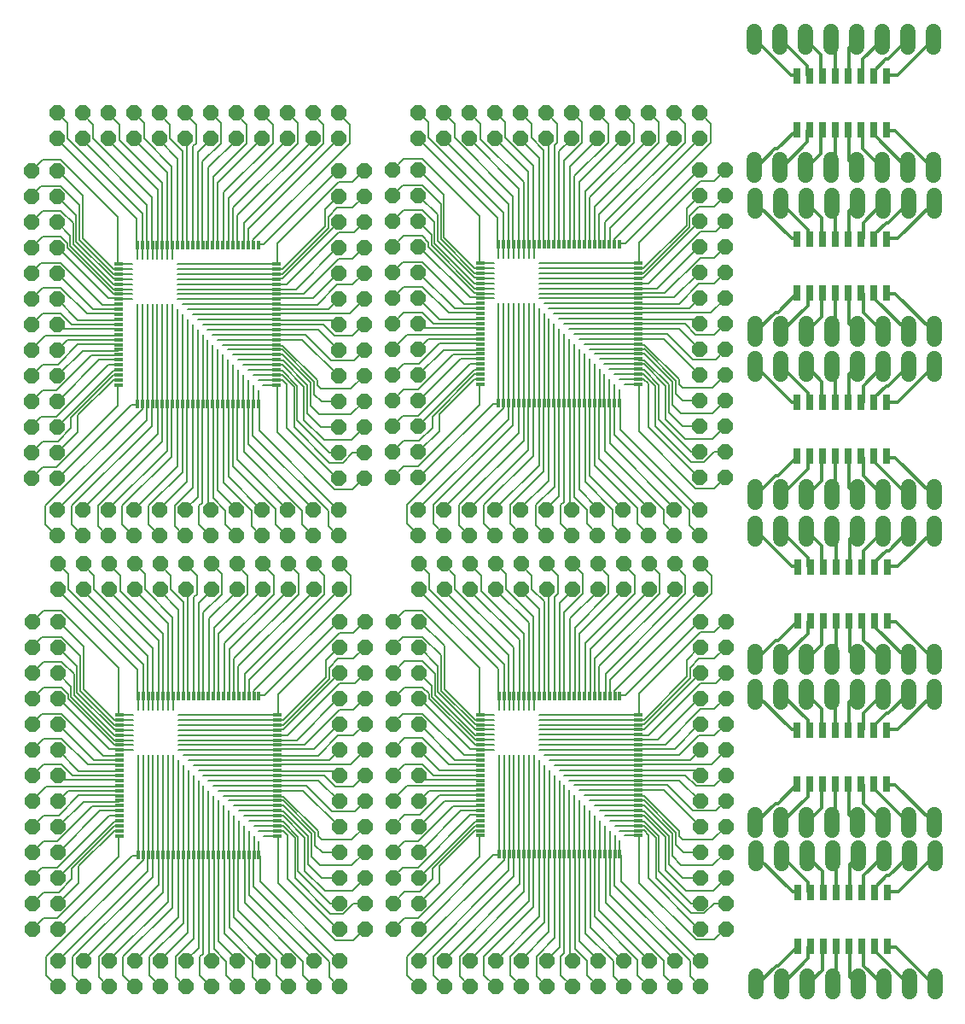
<source format=gbr>
G04 EAGLE Gerber X2 export*
%TF.Part,Single*%
%TF.FileFunction,Copper,L1,Top,Mixed*%
%TF.FilePolarity,Positive*%
%TF.GenerationSoftware,Autodesk,EAGLE,8.7.0*%
%TF.CreationDate,2018-03-14T20:50:36Z*%
G75*
%MOMM*%
%FSLAX34Y34*%
%LPD*%
%AMOC8*
5,1,8,0,0,1.08239X$1,22.5*%
G01*
%ADD10R,0.900000X0.340000*%
%ADD11R,0.340000X0.900000*%
%ADD12P,1.649562X8X292.500000*%
%ADD13P,1.649562X8X22.500000*%
%ADD14C,1.524000*%
%ADD15R,0.635000X1.524000*%
%ADD16C,0.152400*%
%ADD17C,0.304800*%


D10*
X102856Y285044D03*
X102856Y280044D03*
X102856Y275044D03*
X102856Y270044D03*
X102856Y265044D03*
X102856Y260044D03*
X102856Y255044D03*
X102856Y250044D03*
X102856Y245044D03*
X102856Y240044D03*
X102856Y235044D03*
X102856Y230044D03*
X102856Y225044D03*
X102856Y220044D03*
X102856Y215044D03*
X102856Y210044D03*
X102856Y205044D03*
X102856Y200044D03*
X102856Y195044D03*
X102856Y190044D03*
X102856Y185044D03*
X102856Y180044D03*
X102856Y175044D03*
X102856Y170044D03*
X102856Y165044D03*
D11*
X121356Y146544D03*
X126356Y146544D03*
X131356Y146544D03*
X136356Y146544D03*
X141356Y146544D03*
X146356Y146544D03*
X151356Y146544D03*
X156356Y146544D03*
X161356Y146544D03*
X166356Y146544D03*
X171356Y146544D03*
X176356Y146544D03*
X181356Y146544D03*
X186356Y146544D03*
X191356Y146544D03*
X196356Y146544D03*
X201356Y146544D03*
X206356Y146544D03*
X211356Y146544D03*
X216356Y146544D03*
X221356Y146544D03*
X226356Y146544D03*
X231356Y146544D03*
X236356Y146544D03*
X241356Y146544D03*
D10*
X259856Y165044D03*
X259856Y170044D03*
X259856Y175044D03*
X259856Y180044D03*
X259856Y185044D03*
X259856Y190044D03*
X259856Y195044D03*
X259856Y200044D03*
X259856Y205044D03*
X259856Y210044D03*
X259856Y215044D03*
X259856Y220044D03*
X259856Y225044D03*
X259856Y230044D03*
X259856Y235044D03*
X259856Y240044D03*
X259856Y245044D03*
X259856Y250044D03*
X259856Y255044D03*
X259856Y260044D03*
X259856Y265044D03*
X259856Y270044D03*
X259856Y275044D03*
X259856Y280044D03*
X259856Y285044D03*
D11*
X241356Y303544D03*
X236356Y303544D03*
X231356Y303544D03*
X226356Y303544D03*
X221356Y303544D03*
X216356Y303544D03*
X211356Y303544D03*
X206356Y303544D03*
X201356Y303544D03*
X196356Y303544D03*
X191356Y303544D03*
X186356Y303544D03*
X181356Y303544D03*
X176356Y303544D03*
X171356Y303544D03*
X166356Y303544D03*
X161356Y303544D03*
X156356Y303544D03*
X151356Y303544D03*
X146356Y303544D03*
X141356Y303544D03*
X136356Y303544D03*
X131356Y303544D03*
X126356Y303544D03*
X121356Y303544D03*
D12*
X16256Y377444D03*
X16256Y352044D03*
X16256Y326644D03*
X16256Y301244D03*
X16256Y275844D03*
X16256Y250444D03*
X41656Y377444D03*
X41656Y352044D03*
X41656Y326644D03*
X41656Y301244D03*
X41656Y275844D03*
X41656Y250444D03*
X16256Y225044D03*
X41656Y225044D03*
X16256Y199644D03*
X16256Y174244D03*
X16256Y148844D03*
X16256Y123444D03*
X16256Y98044D03*
X16256Y72644D03*
X41656Y199644D03*
X41656Y174244D03*
X41656Y148844D03*
X41656Y123444D03*
X41656Y98044D03*
X41656Y72644D03*
X321056Y377444D03*
X321056Y352044D03*
X321056Y326644D03*
X321056Y301244D03*
X321056Y275844D03*
X321056Y250444D03*
X346456Y377444D03*
X346456Y352044D03*
X346456Y326644D03*
X346456Y301244D03*
X346456Y275844D03*
X346456Y250444D03*
X321056Y225044D03*
X346456Y225044D03*
X321056Y199644D03*
X321056Y174244D03*
X321056Y148844D03*
X321056Y123444D03*
X321056Y98044D03*
X321056Y72644D03*
X346456Y199644D03*
X346456Y174244D03*
X346456Y148844D03*
X346456Y123444D03*
X346456Y98044D03*
X346456Y72644D03*
D13*
X41656Y409194D03*
X67056Y409194D03*
X92456Y409194D03*
X117856Y409194D03*
X143256Y409194D03*
X168656Y409194D03*
X41656Y434594D03*
X67056Y434594D03*
X92456Y434594D03*
X117856Y434594D03*
X143256Y434594D03*
X168656Y434594D03*
X194056Y409194D03*
X219456Y409194D03*
X244856Y409194D03*
X270256Y409194D03*
X295656Y409194D03*
X321056Y409194D03*
X194056Y434594D03*
X219456Y434594D03*
X244856Y434594D03*
X270256Y434594D03*
X295656Y434594D03*
X321056Y434594D03*
X41656Y15494D03*
X67056Y15494D03*
X92456Y15494D03*
X117856Y15494D03*
X143256Y15494D03*
X168656Y15494D03*
X41656Y40894D03*
X67056Y40894D03*
X92456Y40894D03*
X117856Y40894D03*
X143256Y40894D03*
X168656Y40894D03*
X194056Y15494D03*
X219456Y15494D03*
X244856Y15494D03*
X270256Y15494D03*
X295656Y15494D03*
X321056Y15494D03*
X194056Y40894D03*
X219456Y40894D03*
X244856Y40894D03*
X270256Y40894D03*
X295656Y40894D03*
X321056Y40894D03*
D10*
X460996Y285298D03*
X460996Y280298D03*
X460996Y275298D03*
X460996Y270298D03*
X460996Y265298D03*
X460996Y260298D03*
X460996Y255298D03*
X460996Y250298D03*
X460996Y245298D03*
X460996Y240298D03*
X460996Y235298D03*
X460996Y230298D03*
X460996Y225298D03*
X460996Y220298D03*
X460996Y215298D03*
X460996Y210298D03*
X460996Y205298D03*
X460996Y200298D03*
X460996Y195298D03*
X460996Y190298D03*
X460996Y185298D03*
X460996Y180298D03*
X460996Y175298D03*
X460996Y170298D03*
X460996Y165298D03*
D11*
X479496Y146798D03*
X484496Y146798D03*
X489496Y146798D03*
X494496Y146798D03*
X499496Y146798D03*
X504496Y146798D03*
X509496Y146798D03*
X514496Y146798D03*
X519496Y146798D03*
X524496Y146798D03*
X529496Y146798D03*
X534496Y146798D03*
X539496Y146798D03*
X544496Y146798D03*
X549496Y146798D03*
X554496Y146798D03*
X559496Y146798D03*
X564496Y146798D03*
X569496Y146798D03*
X574496Y146798D03*
X579496Y146798D03*
X584496Y146798D03*
X589496Y146798D03*
X594496Y146798D03*
X599496Y146798D03*
D10*
X617996Y165298D03*
X617996Y170298D03*
X617996Y175298D03*
X617996Y180298D03*
X617996Y185298D03*
X617996Y190298D03*
X617996Y195298D03*
X617996Y200298D03*
X617996Y205298D03*
X617996Y210298D03*
X617996Y215298D03*
X617996Y220298D03*
X617996Y225298D03*
X617996Y230298D03*
X617996Y235298D03*
X617996Y240298D03*
X617996Y245298D03*
X617996Y250298D03*
X617996Y255298D03*
X617996Y260298D03*
X617996Y265298D03*
X617996Y270298D03*
X617996Y275298D03*
X617996Y280298D03*
X617996Y285298D03*
D11*
X599496Y303798D03*
X594496Y303798D03*
X589496Y303798D03*
X584496Y303798D03*
X579496Y303798D03*
X574496Y303798D03*
X569496Y303798D03*
X564496Y303798D03*
X559496Y303798D03*
X554496Y303798D03*
X549496Y303798D03*
X544496Y303798D03*
X539496Y303798D03*
X534496Y303798D03*
X529496Y303798D03*
X524496Y303798D03*
X519496Y303798D03*
X514496Y303798D03*
X509496Y303798D03*
X504496Y303798D03*
X499496Y303798D03*
X494496Y303798D03*
X489496Y303798D03*
X484496Y303798D03*
X479496Y303798D03*
D12*
X374396Y377698D03*
X374396Y352298D03*
X374396Y326898D03*
X374396Y301498D03*
X374396Y276098D03*
X374396Y250698D03*
X399796Y377698D03*
X399796Y352298D03*
X399796Y326898D03*
X399796Y301498D03*
X399796Y276098D03*
X399796Y250698D03*
X374396Y225298D03*
X399796Y225298D03*
X374396Y199898D03*
X374396Y174498D03*
X374396Y149098D03*
X374396Y123698D03*
X374396Y98298D03*
X374396Y72898D03*
X399796Y199898D03*
X399796Y174498D03*
X399796Y149098D03*
X399796Y123698D03*
X399796Y98298D03*
X399796Y72898D03*
X679196Y377698D03*
X679196Y352298D03*
X679196Y326898D03*
X679196Y301498D03*
X679196Y276098D03*
X679196Y250698D03*
X704596Y377698D03*
X704596Y352298D03*
X704596Y326898D03*
X704596Y301498D03*
X704596Y276098D03*
X704596Y250698D03*
X679196Y225298D03*
X704596Y225298D03*
X679196Y199898D03*
X679196Y174498D03*
X679196Y149098D03*
X679196Y123698D03*
X679196Y98298D03*
X679196Y72898D03*
X704596Y199898D03*
X704596Y174498D03*
X704596Y149098D03*
X704596Y123698D03*
X704596Y98298D03*
X704596Y72898D03*
D13*
X399796Y409448D03*
X425196Y409448D03*
X450596Y409448D03*
X475996Y409448D03*
X501396Y409448D03*
X526796Y409448D03*
X399796Y434848D03*
X425196Y434848D03*
X450596Y434848D03*
X475996Y434848D03*
X501396Y434848D03*
X526796Y434848D03*
X552196Y409448D03*
X577596Y409448D03*
X602996Y409448D03*
X628396Y409448D03*
X653796Y409448D03*
X679196Y409448D03*
X552196Y434848D03*
X577596Y434848D03*
X602996Y434848D03*
X628396Y434848D03*
X653796Y434848D03*
X679196Y434848D03*
X399796Y15748D03*
X425196Y15748D03*
X450596Y15748D03*
X475996Y15748D03*
X501396Y15748D03*
X526796Y15748D03*
X399796Y41148D03*
X425196Y41148D03*
X450596Y41148D03*
X475996Y41148D03*
X501396Y41148D03*
X526796Y41148D03*
X552196Y15748D03*
X577596Y15748D03*
X602996Y15748D03*
X628396Y15748D03*
X653796Y15748D03*
X679196Y15748D03*
X552196Y41148D03*
X577596Y41148D03*
X602996Y41148D03*
X628396Y41148D03*
X653796Y41148D03*
X679196Y41148D03*
D10*
X102094Y732084D03*
X102094Y727084D03*
X102094Y722084D03*
X102094Y717084D03*
X102094Y712084D03*
X102094Y707084D03*
X102094Y702084D03*
X102094Y697084D03*
X102094Y692084D03*
X102094Y687084D03*
X102094Y682084D03*
X102094Y677084D03*
X102094Y672084D03*
X102094Y667084D03*
X102094Y662084D03*
X102094Y657084D03*
X102094Y652084D03*
X102094Y647084D03*
X102094Y642084D03*
X102094Y637084D03*
X102094Y632084D03*
X102094Y627084D03*
X102094Y622084D03*
X102094Y617084D03*
X102094Y612084D03*
D11*
X120594Y593584D03*
X125594Y593584D03*
X130594Y593584D03*
X135594Y593584D03*
X140594Y593584D03*
X145594Y593584D03*
X150594Y593584D03*
X155594Y593584D03*
X160594Y593584D03*
X165594Y593584D03*
X170594Y593584D03*
X175594Y593584D03*
X180594Y593584D03*
X185594Y593584D03*
X190594Y593584D03*
X195594Y593584D03*
X200594Y593584D03*
X205594Y593584D03*
X210594Y593584D03*
X215594Y593584D03*
X220594Y593584D03*
X225594Y593584D03*
X230594Y593584D03*
X235594Y593584D03*
X240594Y593584D03*
D10*
X259094Y612084D03*
X259094Y617084D03*
X259094Y622084D03*
X259094Y627084D03*
X259094Y632084D03*
X259094Y637084D03*
X259094Y642084D03*
X259094Y647084D03*
X259094Y652084D03*
X259094Y657084D03*
X259094Y662084D03*
X259094Y667084D03*
X259094Y672084D03*
X259094Y677084D03*
X259094Y682084D03*
X259094Y687084D03*
X259094Y692084D03*
X259094Y697084D03*
X259094Y702084D03*
X259094Y707084D03*
X259094Y712084D03*
X259094Y717084D03*
X259094Y722084D03*
X259094Y727084D03*
X259094Y732084D03*
D11*
X240594Y750584D03*
X235594Y750584D03*
X230594Y750584D03*
X225594Y750584D03*
X220594Y750584D03*
X215594Y750584D03*
X210594Y750584D03*
X205594Y750584D03*
X200594Y750584D03*
X195594Y750584D03*
X190594Y750584D03*
X185594Y750584D03*
X180594Y750584D03*
X175594Y750584D03*
X170594Y750584D03*
X165594Y750584D03*
X160594Y750584D03*
X155594Y750584D03*
X150594Y750584D03*
X145594Y750584D03*
X140594Y750584D03*
X135594Y750584D03*
X130594Y750584D03*
X125594Y750584D03*
X120594Y750584D03*
D12*
X15494Y824484D03*
X15494Y799084D03*
X15494Y773684D03*
X15494Y748284D03*
X15494Y722884D03*
X15494Y697484D03*
X40894Y824484D03*
X40894Y799084D03*
X40894Y773684D03*
X40894Y748284D03*
X40894Y722884D03*
X40894Y697484D03*
X15494Y672084D03*
X40894Y672084D03*
X15494Y646684D03*
X15494Y621284D03*
X15494Y595884D03*
X15494Y570484D03*
X15494Y545084D03*
X15494Y519684D03*
X40894Y646684D03*
X40894Y621284D03*
X40894Y595884D03*
X40894Y570484D03*
X40894Y545084D03*
X40894Y519684D03*
X320294Y824484D03*
X320294Y799084D03*
X320294Y773684D03*
X320294Y748284D03*
X320294Y722884D03*
X320294Y697484D03*
X345694Y824484D03*
X345694Y799084D03*
X345694Y773684D03*
X345694Y748284D03*
X345694Y722884D03*
X345694Y697484D03*
X320294Y672084D03*
X345694Y672084D03*
X320294Y646684D03*
X320294Y621284D03*
X320294Y595884D03*
X320294Y570484D03*
X320294Y545084D03*
X320294Y519684D03*
X345694Y646684D03*
X345694Y621284D03*
X345694Y595884D03*
X345694Y570484D03*
X345694Y545084D03*
X345694Y519684D03*
D13*
X40894Y856234D03*
X66294Y856234D03*
X91694Y856234D03*
X117094Y856234D03*
X142494Y856234D03*
X167894Y856234D03*
X40894Y881634D03*
X66294Y881634D03*
X91694Y881634D03*
X117094Y881634D03*
X142494Y881634D03*
X167894Y881634D03*
X193294Y856234D03*
X218694Y856234D03*
X244094Y856234D03*
X269494Y856234D03*
X294894Y856234D03*
X320294Y856234D03*
X193294Y881634D03*
X218694Y881634D03*
X244094Y881634D03*
X269494Y881634D03*
X294894Y881634D03*
X320294Y881634D03*
X40894Y462534D03*
X66294Y462534D03*
X91694Y462534D03*
X117094Y462534D03*
X142494Y462534D03*
X167894Y462534D03*
X40894Y487934D03*
X66294Y487934D03*
X91694Y487934D03*
X117094Y487934D03*
X142494Y487934D03*
X167894Y487934D03*
X193294Y462534D03*
X218694Y462534D03*
X244094Y462534D03*
X269494Y462534D03*
X294894Y462534D03*
X320294Y462534D03*
X193294Y487934D03*
X218694Y487934D03*
X244094Y487934D03*
X269494Y487934D03*
X294894Y487934D03*
X320294Y487934D03*
D10*
X460742Y732846D03*
X460742Y727846D03*
X460742Y722846D03*
X460742Y717846D03*
X460742Y712846D03*
X460742Y707846D03*
X460742Y702846D03*
X460742Y697846D03*
X460742Y692846D03*
X460742Y687846D03*
X460742Y682846D03*
X460742Y677846D03*
X460742Y672846D03*
X460742Y667846D03*
X460742Y662846D03*
X460742Y657846D03*
X460742Y652846D03*
X460742Y647846D03*
X460742Y642846D03*
X460742Y637846D03*
X460742Y632846D03*
X460742Y627846D03*
X460742Y622846D03*
X460742Y617846D03*
X460742Y612846D03*
D11*
X479242Y594346D03*
X484242Y594346D03*
X489242Y594346D03*
X494242Y594346D03*
X499242Y594346D03*
X504242Y594346D03*
X509242Y594346D03*
X514242Y594346D03*
X519242Y594346D03*
X524242Y594346D03*
X529242Y594346D03*
X534242Y594346D03*
X539242Y594346D03*
X544242Y594346D03*
X549242Y594346D03*
X554242Y594346D03*
X559242Y594346D03*
X564242Y594346D03*
X569242Y594346D03*
X574242Y594346D03*
X579242Y594346D03*
X584242Y594346D03*
X589242Y594346D03*
X594242Y594346D03*
X599242Y594346D03*
D10*
X617742Y612846D03*
X617742Y617846D03*
X617742Y622846D03*
X617742Y627846D03*
X617742Y632846D03*
X617742Y637846D03*
X617742Y642846D03*
X617742Y647846D03*
X617742Y652846D03*
X617742Y657846D03*
X617742Y662846D03*
X617742Y667846D03*
X617742Y672846D03*
X617742Y677846D03*
X617742Y682846D03*
X617742Y687846D03*
X617742Y692846D03*
X617742Y697846D03*
X617742Y702846D03*
X617742Y707846D03*
X617742Y712846D03*
X617742Y717846D03*
X617742Y722846D03*
X617742Y727846D03*
X617742Y732846D03*
D11*
X599242Y751346D03*
X594242Y751346D03*
X589242Y751346D03*
X584242Y751346D03*
X579242Y751346D03*
X574242Y751346D03*
X569242Y751346D03*
X564242Y751346D03*
X559242Y751346D03*
X554242Y751346D03*
X549242Y751346D03*
X544242Y751346D03*
X539242Y751346D03*
X534242Y751346D03*
X529242Y751346D03*
X524242Y751346D03*
X519242Y751346D03*
X514242Y751346D03*
X509242Y751346D03*
X504242Y751346D03*
X499242Y751346D03*
X494242Y751346D03*
X489242Y751346D03*
X484242Y751346D03*
X479242Y751346D03*
D12*
X374142Y825246D03*
X374142Y799846D03*
X374142Y774446D03*
X374142Y749046D03*
X374142Y723646D03*
X374142Y698246D03*
X399542Y825246D03*
X399542Y799846D03*
X399542Y774446D03*
X399542Y749046D03*
X399542Y723646D03*
X399542Y698246D03*
X374142Y672846D03*
X399542Y672846D03*
X374142Y647446D03*
X374142Y622046D03*
X374142Y596646D03*
X374142Y571246D03*
X374142Y545846D03*
X374142Y520446D03*
X399542Y647446D03*
X399542Y622046D03*
X399542Y596646D03*
X399542Y571246D03*
X399542Y545846D03*
X399542Y520446D03*
X678942Y825246D03*
X678942Y799846D03*
X678942Y774446D03*
X678942Y749046D03*
X678942Y723646D03*
X678942Y698246D03*
X704342Y825246D03*
X704342Y799846D03*
X704342Y774446D03*
X704342Y749046D03*
X704342Y723646D03*
X704342Y698246D03*
X678942Y672846D03*
X704342Y672846D03*
X678942Y647446D03*
X678942Y622046D03*
X678942Y596646D03*
X678942Y571246D03*
X678942Y545846D03*
X678942Y520446D03*
X704342Y647446D03*
X704342Y622046D03*
X704342Y596646D03*
X704342Y571246D03*
X704342Y545846D03*
X704342Y520446D03*
D13*
X399542Y856996D03*
X424942Y856996D03*
X450342Y856996D03*
X475742Y856996D03*
X501142Y856996D03*
X526542Y856996D03*
X399542Y882396D03*
X424942Y882396D03*
X450342Y882396D03*
X475742Y882396D03*
X501142Y882396D03*
X526542Y882396D03*
X551942Y856996D03*
X577342Y856996D03*
X602742Y856996D03*
X628142Y856996D03*
X653542Y856996D03*
X678942Y856996D03*
X551942Y882396D03*
X577342Y882396D03*
X602742Y882396D03*
X628142Y882396D03*
X653542Y882396D03*
X678942Y882396D03*
X399542Y463296D03*
X424942Y463296D03*
X450342Y463296D03*
X475742Y463296D03*
X501142Y463296D03*
X526542Y463296D03*
X399542Y488696D03*
X424942Y488696D03*
X450342Y488696D03*
X475742Y488696D03*
X501142Y488696D03*
X526542Y488696D03*
X551942Y463296D03*
X577342Y463296D03*
X602742Y463296D03*
X628142Y463296D03*
X653542Y463296D03*
X678942Y463296D03*
X551942Y488696D03*
X577342Y488696D03*
X602742Y488696D03*
X628142Y488696D03*
X653542Y488696D03*
X678942Y488696D03*
D14*
X734158Y152620D02*
X734158Y137380D01*
X759558Y137380D02*
X759558Y152620D01*
X784958Y152620D02*
X784958Y137380D01*
X810358Y137380D02*
X810358Y152620D01*
X835758Y152620D02*
X835758Y137380D01*
X861158Y137380D02*
X861158Y152620D01*
X886558Y152620D02*
X886558Y137380D01*
X911958Y137380D02*
X911958Y152620D01*
X734158Y25640D02*
X734158Y10400D01*
X759558Y10400D02*
X759558Y25640D01*
X784958Y25640D02*
X784958Y10400D01*
X810358Y10400D02*
X810358Y25640D01*
X835758Y25640D02*
X835758Y10400D01*
X861158Y10400D02*
X861158Y25640D01*
X886558Y25640D02*
X886558Y10400D01*
X911958Y10400D02*
X911958Y25640D01*
D15*
X865008Y109170D03*
X852308Y109170D03*
X839608Y109170D03*
X826908Y109170D03*
X814208Y109170D03*
X801508Y109170D03*
X788808Y109170D03*
X776108Y109170D03*
X776108Y55830D03*
X788808Y55830D03*
X801508Y55830D03*
X814208Y55830D03*
X826908Y55830D03*
X839608Y55830D03*
X852308Y55830D03*
X865008Y55830D03*
D14*
X733650Y298162D02*
X733650Y313402D01*
X759050Y313402D02*
X759050Y298162D01*
X784450Y298162D02*
X784450Y313402D01*
X809850Y313402D02*
X809850Y298162D01*
X835250Y298162D02*
X835250Y313402D01*
X860650Y313402D02*
X860650Y298162D01*
X886050Y298162D02*
X886050Y313402D01*
X911450Y313402D02*
X911450Y298162D01*
X733650Y186422D02*
X733650Y171182D01*
X759050Y171182D02*
X759050Y186422D01*
X784450Y186422D02*
X784450Y171182D01*
X809850Y171182D02*
X809850Y186422D01*
X835250Y186422D02*
X835250Y171182D01*
X860650Y171182D02*
X860650Y186422D01*
X886050Y186422D02*
X886050Y171182D01*
X911450Y171182D02*
X911450Y186422D01*
D15*
X864500Y269952D03*
X851800Y269952D03*
X839100Y269952D03*
X826400Y269952D03*
X813700Y269952D03*
X801000Y269952D03*
X788300Y269952D03*
X775600Y269952D03*
X775600Y216612D03*
X788300Y216612D03*
X801000Y216612D03*
X813700Y216612D03*
X826400Y216612D03*
X839100Y216612D03*
X851800Y216612D03*
X864500Y216612D03*
D14*
X733904Y459706D02*
X733904Y474946D01*
X759304Y474946D02*
X759304Y459706D01*
X784704Y459706D02*
X784704Y474946D01*
X810104Y474946D02*
X810104Y459706D01*
X835504Y459706D02*
X835504Y474946D01*
X860904Y474946D02*
X860904Y459706D01*
X886304Y459706D02*
X886304Y474946D01*
X911704Y474946D02*
X911704Y459706D01*
X733904Y347966D02*
X733904Y332726D01*
X759304Y332726D02*
X759304Y347966D01*
X784704Y347966D02*
X784704Y332726D01*
X810104Y332726D02*
X810104Y347966D01*
X835504Y347966D02*
X835504Y332726D01*
X860904Y332726D02*
X860904Y347966D01*
X886304Y347966D02*
X886304Y332726D01*
X911704Y332726D02*
X911704Y347966D01*
D15*
X864754Y431496D03*
X852054Y431496D03*
X839354Y431496D03*
X826654Y431496D03*
X813954Y431496D03*
X801254Y431496D03*
X788554Y431496D03*
X775854Y431496D03*
X775854Y378156D03*
X788554Y378156D03*
X801254Y378156D03*
X813954Y378156D03*
X826654Y378156D03*
X839354Y378156D03*
X852054Y378156D03*
X864754Y378156D03*
D14*
X733650Y622774D02*
X733650Y638014D01*
X759050Y638014D02*
X759050Y622774D01*
X784450Y622774D02*
X784450Y638014D01*
X809850Y638014D02*
X809850Y622774D01*
X835250Y622774D02*
X835250Y638014D01*
X860650Y638014D02*
X860650Y622774D01*
X886050Y622774D02*
X886050Y638014D01*
X911450Y638014D02*
X911450Y622774D01*
X733650Y511034D02*
X733650Y495794D01*
X759050Y495794D02*
X759050Y511034D01*
X784450Y511034D02*
X784450Y495794D01*
X809850Y495794D02*
X809850Y511034D01*
X835250Y511034D02*
X835250Y495794D01*
X860650Y495794D02*
X860650Y511034D01*
X886050Y511034D02*
X886050Y495794D01*
X911450Y495794D02*
X911450Y511034D01*
D15*
X864500Y594564D03*
X851800Y594564D03*
X839100Y594564D03*
X826400Y594564D03*
X813700Y594564D03*
X801000Y594564D03*
X788300Y594564D03*
X775600Y594564D03*
X775600Y541224D03*
X788300Y541224D03*
X801000Y541224D03*
X813700Y541224D03*
X826400Y541224D03*
X839100Y541224D03*
X851800Y541224D03*
X864500Y541224D03*
D14*
X733650Y784826D02*
X733650Y800066D01*
X759050Y800066D02*
X759050Y784826D01*
X784450Y784826D02*
X784450Y800066D01*
X809850Y800066D02*
X809850Y784826D01*
X835250Y784826D02*
X835250Y800066D01*
X860650Y800066D02*
X860650Y784826D01*
X886050Y784826D02*
X886050Y800066D01*
X911450Y800066D02*
X911450Y784826D01*
X733650Y673086D02*
X733650Y657846D01*
X759050Y657846D02*
X759050Y673086D01*
X784450Y673086D02*
X784450Y657846D01*
X809850Y657846D02*
X809850Y673086D01*
X835250Y673086D02*
X835250Y657846D01*
X860650Y657846D02*
X860650Y673086D01*
X886050Y673086D02*
X886050Y657846D01*
X911450Y657846D02*
X911450Y673086D01*
D15*
X864500Y756616D03*
X851800Y756616D03*
X839100Y756616D03*
X826400Y756616D03*
X813700Y756616D03*
X801000Y756616D03*
X788300Y756616D03*
X775600Y756616D03*
X775600Y703276D03*
X788300Y703276D03*
X801000Y703276D03*
X813700Y703276D03*
X826400Y703276D03*
X839100Y703276D03*
X851800Y703276D03*
X864500Y703276D03*
D14*
X733142Y946878D02*
X733142Y962118D01*
X758542Y962118D02*
X758542Y946878D01*
X783942Y946878D02*
X783942Y962118D01*
X809342Y962118D02*
X809342Y946878D01*
X834742Y946878D02*
X834742Y962118D01*
X860142Y962118D02*
X860142Y946878D01*
X885542Y946878D02*
X885542Y962118D01*
X910942Y962118D02*
X910942Y946878D01*
X733142Y835138D02*
X733142Y819898D01*
X758542Y819898D02*
X758542Y835138D01*
X783942Y835138D02*
X783942Y819898D01*
X809342Y819898D02*
X809342Y835138D01*
X834742Y835138D02*
X834742Y819898D01*
X860142Y819898D02*
X860142Y835138D01*
X885542Y835138D02*
X885542Y819898D01*
X910942Y819898D02*
X910942Y835138D01*
D15*
X863992Y918668D03*
X851292Y918668D03*
X838592Y918668D03*
X825892Y918668D03*
X813192Y918668D03*
X800492Y918668D03*
X787792Y918668D03*
X775092Y918668D03*
X775092Y865328D03*
X787792Y865328D03*
X800492Y865328D03*
X813192Y865328D03*
X825892Y865328D03*
X838592Y865328D03*
X851292Y865328D03*
X863992Y865328D03*
D16*
X102108Y331724D02*
X102108Y286004D01*
X102108Y331724D02*
X45720Y388112D01*
X27432Y388112D01*
X16764Y377444D01*
X102108Y286004D02*
X102856Y285044D01*
X16764Y377444D02*
X16256Y377444D01*
X97536Y279908D02*
X102108Y279908D01*
X97536Y279908D02*
X67056Y310388D01*
X67056Y353060D01*
X42672Y377444D01*
X102108Y279908D02*
X102856Y280044D01*
X42672Y377444D02*
X41656Y377444D01*
X97536Y275336D02*
X102108Y275336D01*
X97536Y275336D02*
X64008Y308864D01*
X64008Y343916D01*
X45720Y362204D01*
X25908Y362204D01*
X16764Y353060D01*
X102108Y275336D02*
X102856Y275044D01*
X16256Y352044D02*
X16764Y353060D01*
X97536Y270764D02*
X102108Y270764D01*
X97536Y270764D02*
X60960Y307340D01*
X60960Y333248D01*
X42672Y351536D01*
X102108Y270764D02*
X102856Y270044D01*
X42672Y351536D02*
X41656Y352044D01*
X97536Y264668D02*
X102108Y264668D01*
X97536Y264668D02*
X57912Y304292D01*
X57912Y325628D01*
X45720Y337820D01*
X27432Y337820D01*
X16256Y326644D01*
X102108Y264668D02*
X102856Y265044D01*
X102108Y260096D02*
X97536Y260096D01*
X54864Y302768D01*
X54864Y313436D01*
X41656Y326644D01*
X102108Y260096D02*
X102856Y260044D01*
X102108Y255524D02*
X97536Y255524D01*
X51816Y301244D01*
X51816Y305816D01*
X45720Y311912D01*
X27432Y311912D01*
X16764Y301244D01*
X102108Y255524D02*
X102856Y255044D01*
X16764Y301244D02*
X16256Y301244D01*
X92964Y250952D02*
X102108Y250952D01*
X92964Y250952D02*
X42672Y301244D01*
X102108Y250952D02*
X102856Y250044D01*
X42672Y301244D02*
X41656Y301244D01*
X86868Y244856D02*
X102108Y244856D01*
X86868Y244856D02*
X45720Y286004D01*
X25908Y286004D01*
X16764Y276860D01*
X102108Y244856D02*
X102856Y245044D01*
X16764Y276860D02*
X16256Y275844D01*
X77724Y240284D02*
X102108Y240284D01*
X77724Y240284D02*
X42672Y275336D01*
X102108Y240284D02*
X102856Y240044D01*
X42672Y275336D02*
X41656Y275844D01*
X71628Y235712D02*
X102108Y235712D01*
X71628Y235712D02*
X45720Y261620D01*
X27432Y261620D01*
X16256Y250444D01*
X102108Y235712D02*
X102856Y235044D01*
X102108Y229616D02*
X62484Y229616D01*
X41656Y250444D01*
X102108Y229616D02*
X102856Y230044D01*
X102856Y225044D02*
X56388Y225044D01*
X45720Y235712D01*
X27432Y235712D01*
X16764Y225044D01*
X16256Y225044D01*
X102108Y164084D02*
X102108Y144272D01*
X41148Y83312D01*
X27432Y83312D01*
X16764Y72644D01*
X102108Y164084D02*
X102856Y165044D01*
X16764Y72644D02*
X16256Y72644D01*
X97536Y170180D02*
X102108Y170180D01*
X97536Y170180D02*
X62230Y135128D01*
X62230Y118364D01*
X42672Y98552D01*
X102108Y170180D02*
X102856Y170044D01*
X42672Y98552D02*
X41656Y98044D01*
X97536Y174752D02*
X102108Y174752D01*
X97536Y174752D02*
X55626Y132842D01*
X55626Y122174D01*
X42672Y109220D01*
X27432Y109220D01*
X16256Y98044D01*
X102108Y174752D02*
X102856Y175044D01*
X102108Y179324D02*
X97536Y179324D01*
X41656Y123444D01*
X102108Y179324D02*
X102856Y180044D01*
X102108Y185420D02*
X92964Y185420D01*
X41148Y133604D01*
X25908Y133604D01*
X16764Y124460D01*
X102108Y185420D02*
X102856Y185044D01*
X16764Y124460D02*
X16256Y123444D01*
X83820Y189992D02*
X102108Y189992D01*
X83820Y189992D02*
X42672Y148844D01*
X102108Y189992D02*
X102856Y190044D01*
X42672Y148844D02*
X41656Y148844D01*
X76200Y194564D02*
X102108Y194564D01*
X76200Y194564D02*
X41148Y159512D01*
X27432Y159512D01*
X16764Y148844D01*
X102108Y194564D02*
X102856Y195044D01*
X16764Y148844D02*
X16256Y148844D01*
X67056Y199136D02*
X102108Y199136D01*
X67056Y199136D02*
X42672Y174752D01*
X102108Y199136D02*
X102856Y200044D01*
X42672Y174752D02*
X41656Y174244D01*
X62484Y205232D02*
X102108Y205232D01*
X62484Y205232D02*
X42672Y185420D01*
X27432Y185420D01*
X16256Y174244D01*
X102108Y205232D02*
X102856Y205044D01*
X102108Y209804D02*
X51816Y209804D01*
X41656Y199644D01*
X102108Y209804D02*
X102856Y210044D01*
X102108Y214376D02*
X30480Y214376D01*
X16764Y200660D01*
X102108Y214376D02*
X102856Y215044D01*
X16764Y200660D02*
X16256Y199644D01*
X47244Y220472D02*
X102108Y220472D01*
X47244Y220472D02*
X42672Y225044D01*
X102108Y220472D02*
X102856Y220044D01*
X42672Y225044D02*
X41656Y225044D01*
X126492Y145796D02*
X126492Y141224D01*
X30480Y45212D01*
X30480Y26924D01*
X41148Y16256D01*
X126492Y145796D02*
X126356Y146544D01*
X41148Y16256D02*
X41656Y15494D01*
X131064Y130556D02*
X131064Y145796D01*
X131064Y130556D02*
X42672Y42164D01*
X131064Y145796D02*
X131356Y146544D01*
X42672Y42164D02*
X41656Y40894D01*
X135636Y124460D02*
X135636Y145796D01*
X135636Y124460D02*
X56388Y45212D01*
X56388Y26924D01*
X67056Y16256D01*
X135636Y145796D02*
X136356Y146544D01*
X67056Y16256D02*
X67056Y15494D01*
X141732Y116840D02*
X141732Y145796D01*
X141732Y116840D02*
X67056Y42164D01*
X141732Y145796D02*
X141356Y146544D01*
X67056Y42164D02*
X67056Y40894D01*
X146304Y109220D02*
X146304Y145796D01*
X146304Y109220D02*
X82296Y45212D01*
X82296Y25400D01*
X91440Y16256D01*
X146304Y145796D02*
X146356Y146544D01*
X91440Y16256D02*
X92456Y15494D01*
X150876Y100076D02*
X150876Y145796D01*
X150876Y100076D02*
X92964Y42164D01*
X150876Y145796D02*
X151356Y146544D01*
X92964Y42164D02*
X92456Y40894D01*
X155448Y93980D02*
X155448Y145796D01*
X155448Y93980D02*
X106680Y45212D01*
X106680Y26924D01*
X117348Y16256D01*
X155448Y145796D02*
X156356Y146544D01*
X117348Y16256D02*
X117856Y15494D01*
X161544Y84836D02*
X161544Y145796D01*
X161544Y84836D02*
X118872Y42164D01*
X161544Y145796D02*
X161356Y146544D01*
X118872Y42164D02*
X117856Y40894D01*
X166116Y78740D02*
X166116Y145796D01*
X166116Y78740D02*
X132588Y45212D01*
X132588Y26924D01*
X143256Y16256D01*
X166116Y145796D02*
X166356Y146544D01*
X143256Y16256D02*
X143256Y15494D01*
X170688Y69596D02*
X170688Y145796D01*
X170688Y69596D02*
X143256Y42164D01*
X170688Y145796D02*
X171356Y146544D01*
X143256Y42164D02*
X143256Y40894D01*
X176784Y63500D02*
X176784Y145796D01*
X176784Y63500D02*
X158496Y45212D01*
X158496Y25400D01*
X167640Y16256D01*
X176784Y145796D02*
X176356Y146544D01*
X167640Y16256D02*
X168656Y15494D01*
X181356Y54356D02*
X181356Y146544D01*
X181356Y54356D02*
X169164Y42164D01*
X168656Y40894D01*
X242316Y119888D02*
X242316Y145796D01*
X242316Y119888D02*
X320040Y42164D01*
X242316Y145796D02*
X241356Y146544D01*
X320040Y42164D02*
X321056Y40894D01*
X236220Y115316D02*
X236220Y145796D01*
X236220Y115316D02*
X310896Y40640D01*
X310896Y25400D01*
X320040Y16256D01*
X236220Y145796D02*
X236356Y146544D01*
X320040Y16256D02*
X321056Y15494D01*
X231648Y106172D02*
X231648Y145796D01*
X231648Y106172D02*
X295656Y42164D01*
X231648Y145796D02*
X231356Y146544D01*
X295656Y42164D02*
X295656Y40894D01*
X227076Y98552D02*
X227076Y145796D01*
X227076Y98552D02*
X284988Y40640D01*
X284988Y26924D01*
X295656Y16256D01*
X227076Y145796D02*
X226356Y146544D01*
X295656Y16256D02*
X295656Y15494D01*
X220980Y90932D02*
X220980Y145796D01*
X220980Y90932D02*
X269748Y42164D01*
X220980Y145796D02*
X221356Y146544D01*
X269748Y42164D02*
X270256Y40894D01*
X216408Y84836D02*
X216408Y145796D01*
X216408Y84836D02*
X259080Y42164D01*
X259080Y26924D01*
X269748Y16256D01*
X216408Y145796D02*
X216356Y146544D01*
X269748Y16256D02*
X270256Y15494D01*
X211836Y74168D02*
X211836Y145796D01*
X211836Y74168D02*
X243840Y42164D01*
X211836Y145796D02*
X211356Y146544D01*
X243840Y42164D02*
X244856Y40894D01*
X207264Y68072D02*
X207264Y145796D01*
X207264Y68072D02*
X234696Y40640D01*
X234696Y25400D01*
X243840Y16256D01*
X207264Y145796D02*
X206356Y146544D01*
X243840Y16256D02*
X244856Y15494D01*
X201168Y60452D02*
X201168Y145796D01*
X201168Y60452D02*
X219456Y42164D01*
X201168Y145796D02*
X201356Y146544D01*
X219456Y42164D02*
X219456Y40894D01*
X196596Y52832D02*
X196596Y145796D01*
X196596Y52832D02*
X208788Y40640D01*
X208788Y26924D01*
X219456Y16256D01*
X196596Y145796D02*
X196356Y146544D01*
X219456Y16256D02*
X219456Y15494D01*
X192024Y43688D02*
X192024Y145796D01*
X192024Y43688D02*
X193548Y42164D01*
X192024Y145796D02*
X191356Y146544D01*
X193548Y42164D02*
X194056Y40894D01*
X185928Y48260D02*
X185928Y145796D01*
X185928Y48260D02*
X182880Y45212D01*
X182880Y26924D01*
X193548Y16256D01*
X185928Y145796D02*
X186356Y146544D01*
X193548Y16256D02*
X194056Y15494D01*
X259856Y225044D02*
X306324Y225044D01*
X316992Y214376D01*
X335280Y214376D01*
X345948Y225044D01*
X346456Y225044D01*
X259856Y225044D02*
X186356Y225044D01*
X259856Y220044D02*
X300656Y220044D01*
X321056Y199644D01*
X288638Y215044D02*
X259856Y215044D01*
X313944Y189738D02*
X336550Y189738D01*
X313944Y189738D02*
X288638Y215044D01*
X336550Y189738D02*
X346456Y199644D01*
X259856Y215044D02*
X196356Y215044D01*
X259856Y210044D02*
X285256Y210044D01*
X321056Y174244D01*
X259856Y210044D02*
X201356Y210044D01*
X259856Y205044D02*
X260870Y204030D01*
X300228Y164672D02*
X303610Y161290D01*
X300228Y164672D02*
X300228Y169665D01*
X265863Y204030D02*
X260870Y204030D01*
X265863Y204030D02*
X300228Y169665D01*
X333502Y161290D02*
X346456Y174244D01*
X333502Y161290D02*
X303610Y161290D01*
X304292Y148844D02*
X321056Y148844D01*
X304292Y148844D02*
X297180Y155956D01*
X297180Y168402D01*
X265430Y200152D01*
X265322Y200044D01*
X259856Y200044D01*
X211356Y200044D01*
X333502Y135890D02*
X346456Y148844D01*
X302260Y135890D02*
X293370Y144780D01*
X265712Y195044D02*
X259856Y195044D01*
X302260Y135890D02*
X333502Y135890D01*
X293370Y144780D02*
X293370Y167386D01*
X265712Y195044D01*
X259856Y195044D02*
X216356Y195044D01*
X259856Y190044D02*
X260870Y189030D01*
X265877Y189030D01*
X290322Y164585D01*
X290322Y136652D01*
X303530Y123444D01*
X321056Y123444D01*
X333756Y110744D02*
X346456Y123444D01*
X306832Y110744D02*
X287020Y130556D01*
X287020Y163576D01*
X265552Y185044D02*
X259856Y185044D01*
X306832Y110744D02*
X333756Y110744D01*
X287020Y163576D02*
X265552Y185044D01*
X259856Y185044D02*
X226356Y185044D01*
X259856Y180044D02*
X260870Y179030D01*
X280162Y164331D02*
X280162Y130048D01*
X265463Y179030D02*
X260870Y179030D01*
X265463Y179030D02*
X280162Y164331D01*
X280162Y130048D02*
X312166Y98044D01*
X321056Y98044D01*
X335065Y98044D02*
X346456Y98044D01*
X335065Y98044D02*
X325159Y88138D01*
X312166Y88138D01*
X277114Y123190D01*
X277114Y163068D01*
X265138Y175044D02*
X259856Y175044D01*
X265138Y175044D02*
X277114Y163068D01*
X259856Y175044D02*
X236356Y175044D01*
X260604Y170180D02*
X265176Y170180D01*
X269748Y165608D01*
X269748Y122936D01*
X320040Y72644D01*
X260604Y170180D02*
X259856Y170044D01*
X320040Y72644D02*
X321056Y72644D01*
X260604Y118364D02*
X260604Y164084D01*
X260604Y118364D02*
X316992Y61976D01*
X335280Y61976D01*
X345948Y72644D01*
X260604Y164084D02*
X259856Y165044D01*
X345948Y72644D02*
X346456Y72644D01*
X315468Y229616D02*
X260604Y229616D01*
X315468Y229616D02*
X320040Y225044D01*
X260604Y229616D02*
X259856Y230044D01*
X320040Y225044D02*
X321056Y225044D01*
X332232Y235712D02*
X260604Y235712D01*
X332232Y235712D02*
X345948Y249428D01*
X260604Y235712D02*
X259856Y235044D01*
X345948Y249428D02*
X346456Y250444D01*
X310896Y240284D02*
X260604Y240284D01*
X310896Y240284D02*
X321056Y250444D01*
X260604Y240284D02*
X259856Y240044D01*
X260604Y244856D02*
X300228Y244856D01*
X320040Y264668D01*
X335280Y264668D01*
X346456Y275844D01*
X260604Y244856D02*
X259856Y245044D01*
X260604Y250952D02*
X295656Y250952D01*
X320040Y275336D01*
X260604Y250952D02*
X259856Y250044D01*
X320040Y275336D02*
X321056Y275844D01*
X286512Y255524D02*
X260604Y255524D01*
X286512Y255524D02*
X321564Y290576D01*
X335280Y290576D01*
X345948Y301244D01*
X260604Y255524D02*
X259856Y255044D01*
X345948Y301244D02*
X346456Y301244D01*
X278892Y260096D02*
X260604Y260096D01*
X278892Y260096D02*
X320040Y301244D01*
X260604Y260096D02*
X259856Y260044D01*
X320040Y301244D02*
X321056Y301244D01*
X269748Y264668D02*
X260604Y264668D01*
X269748Y264668D02*
X321564Y316484D01*
X336804Y316484D01*
X345948Y325628D01*
X260604Y264668D02*
X259856Y265044D01*
X345948Y325628D02*
X346456Y326644D01*
X265176Y270764D02*
X260604Y270764D01*
X265176Y270764D02*
X321056Y326644D01*
X260604Y270764D02*
X259856Y270044D01*
X260604Y275336D02*
X265176Y275336D01*
X310896Y321056D01*
X310896Y331724D01*
X320040Y340868D01*
X335280Y340868D01*
X346456Y352044D01*
X260604Y275336D02*
X259856Y275044D01*
X260604Y279908D02*
X265176Y279908D01*
X307848Y322580D01*
X307848Y339344D01*
X320040Y351536D01*
X260604Y279908D02*
X259856Y280044D01*
X320040Y351536D02*
X321056Y352044D01*
X260604Y305816D02*
X260604Y286004D01*
X260604Y305816D02*
X321564Y366776D01*
X335280Y366776D01*
X345948Y377444D01*
X260604Y286004D02*
X259856Y285044D01*
X345948Y377444D02*
X346456Y377444D01*
X120396Y330200D02*
X120396Y304292D01*
X120396Y330200D02*
X42672Y407924D01*
X120396Y304292D02*
X121356Y303544D01*
X42672Y407924D02*
X41656Y409194D01*
X126492Y334772D02*
X126492Y304292D01*
X126492Y334772D02*
X51816Y409448D01*
X51816Y424688D01*
X42672Y433832D01*
X126492Y304292D02*
X126356Y303544D01*
X42672Y433832D02*
X41656Y434594D01*
X131064Y343916D02*
X131064Y304292D01*
X131064Y343916D02*
X67056Y407924D01*
X131064Y304292D02*
X131356Y303544D01*
X67056Y407924D02*
X67056Y409194D01*
X135636Y351536D02*
X135636Y304292D01*
X135636Y351536D02*
X77724Y409448D01*
X77724Y423164D01*
X67056Y433832D01*
X135636Y304292D02*
X136356Y303544D01*
X67056Y433832D02*
X67056Y434594D01*
X141732Y359156D02*
X141732Y304292D01*
X141732Y359156D02*
X92964Y407924D01*
X141732Y304292D02*
X141356Y303544D01*
X92964Y407924D02*
X92456Y409194D01*
X146304Y365252D02*
X146304Y304292D01*
X146304Y365252D02*
X103632Y407924D01*
X103632Y423164D01*
X92964Y433832D01*
X146304Y304292D02*
X146356Y303544D01*
X92964Y433832D02*
X92456Y434594D01*
X150876Y375920D02*
X150876Y304292D01*
X150876Y375920D02*
X118872Y407924D01*
X150876Y304292D02*
X151356Y303544D01*
X118872Y407924D02*
X117856Y409194D01*
X155448Y382016D02*
X155448Y304292D01*
X155448Y382016D02*
X128016Y409448D01*
X128016Y424688D01*
X118872Y433832D01*
X155448Y304292D02*
X156356Y303544D01*
X118872Y433832D02*
X117856Y434594D01*
X161544Y389636D02*
X161544Y304292D01*
X161544Y389636D02*
X143256Y407924D01*
X161544Y304292D02*
X161356Y303544D01*
X143256Y407924D02*
X143256Y409194D01*
X166116Y397256D02*
X166116Y304292D01*
X166116Y397256D02*
X153924Y409448D01*
X153924Y423164D01*
X143256Y433832D01*
X166116Y304292D02*
X166356Y303544D01*
X143256Y433832D02*
X143256Y434594D01*
X170688Y406400D02*
X170688Y304292D01*
X170688Y406400D02*
X169164Y407924D01*
X170688Y304292D02*
X171356Y303544D01*
X169164Y407924D02*
X168656Y409194D01*
X176784Y401828D02*
X176784Y304292D01*
X176784Y401828D02*
X179832Y404876D01*
X179832Y423164D01*
X169164Y433832D01*
X176784Y304292D02*
X176356Y303544D01*
X169164Y433832D02*
X168656Y434594D01*
X236220Y308864D02*
X236220Y304292D01*
X236220Y308864D02*
X332232Y404876D01*
X332232Y423164D01*
X321564Y433832D01*
X236220Y304292D02*
X236356Y303544D01*
X321564Y433832D02*
X321056Y434594D01*
X231648Y319532D02*
X231648Y304292D01*
X231648Y319532D02*
X320040Y407924D01*
X231648Y304292D02*
X231356Y303544D01*
X320040Y407924D02*
X321056Y409194D01*
X227076Y325628D02*
X227076Y304292D01*
X227076Y325628D02*
X306324Y404876D01*
X306324Y423164D01*
X295656Y433832D01*
X227076Y304292D02*
X226356Y303544D01*
X295656Y433832D02*
X295656Y434594D01*
X220980Y333248D02*
X220980Y304292D01*
X220980Y333248D02*
X295656Y407924D01*
X220980Y304292D02*
X221356Y303544D01*
X295656Y407924D02*
X295656Y409194D01*
X216408Y340868D02*
X216408Y304292D01*
X216408Y340868D02*
X280416Y404876D01*
X280416Y424688D01*
X271272Y433832D01*
X216408Y304292D02*
X216356Y303544D01*
X271272Y433832D02*
X270256Y434594D01*
X211836Y350012D02*
X211836Y304292D01*
X211836Y350012D02*
X269748Y407924D01*
X211836Y304292D02*
X211356Y303544D01*
X269748Y407924D02*
X270256Y409194D01*
X207264Y356108D02*
X207264Y304292D01*
X207264Y356108D02*
X256032Y404876D01*
X256032Y423164D01*
X245364Y433832D01*
X207264Y304292D02*
X206356Y303544D01*
X245364Y433832D02*
X244856Y434594D01*
X201168Y365252D02*
X201168Y304292D01*
X201168Y365252D02*
X243840Y407924D01*
X201168Y304292D02*
X201356Y303544D01*
X243840Y407924D02*
X244856Y409194D01*
X196596Y371348D02*
X196596Y304292D01*
X196596Y371348D02*
X230124Y404876D01*
X230124Y423164D01*
X219456Y433832D01*
X196596Y304292D02*
X196356Y303544D01*
X219456Y433832D02*
X219456Y434594D01*
X192024Y380492D02*
X192024Y304292D01*
X192024Y380492D02*
X219456Y407924D01*
X192024Y304292D02*
X191356Y303544D01*
X219456Y407924D02*
X219456Y409194D01*
X185928Y386588D02*
X185928Y304292D01*
X185928Y386588D02*
X204216Y404876D01*
X204216Y424688D01*
X195072Y433832D01*
X185928Y304292D02*
X186356Y303544D01*
X195072Y433832D02*
X194056Y434594D01*
X181356Y395732D02*
X181356Y303544D01*
X181356Y395732D02*
X193548Y407924D01*
X194056Y409194D01*
X242316Y304292D02*
X246888Y304292D01*
X320040Y377444D01*
X242316Y304292D02*
X241356Y303544D01*
X320040Y377444D02*
X321056Y377444D01*
X120396Y145796D02*
X115824Y145796D01*
X42672Y72644D01*
X120396Y145796D02*
X121356Y146544D01*
X42672Y72644D02*
X41656Y72644D01*
X121356Y150044D02*
X121356Y245044D01*
X126356Y245044D02*
X126356Y150044D01*
X131356Y150044D02*
X131356Y245044D01*
X136356Y245044D02*
X136356Y150044D01*
X141356Y150044D02*
X141356Y245044D01*
X146356Y245044D02*
X146356Y150044D01*
X151356Y150044D02*
X151356Y245044D01*
X156356Y245044D02*
X156356Y150044D01*
X161356Y285044D02*
X261356Y285044D01*
X256356Y280044D02*
X161356Y280044D01*
X161356Y275044D02*
X256356Y275044D01*
X256356Y270044D02*
X161356Y270044D01*
X161356Y265044D02*
X256356Y265044D01*
X256356Y260044D02*
X161356Y260044D01*
X161356Y255044D02*
X256356Y255044D01*
X256356Y250044D02*
X161356Y250044D01*
X161356Y240044D02*
X161356Y145044D01*
X166356Y145044D02*
X166356Y235044D01*
X171356Y230044D02*
X171356Y150044D01*
X176356Y150044D02*
X176356Y225044D01*
X181356Y220044D02*
X181356Y150044D01*
X186356Y150044D02*
X186356Y215044D01*
X191356Y210044D02*
X191356Y150044D01*
X196356Y150044D02*
X196356Y205044D01*
X201356Y200044D02*
X201356Y150044D01*
X206356Y150044D02*
X206356Y195044D01*
X211356Y190044D02*
X211356Y145044D01*
X216356Y145044D02*
X216356Y185044D01*
X221356Y180044D02*
X221356Y150044D01*
X226356Y150044D02*
X226356Y175044D01*
X231356Y170044D02*
X231356Y150044D01*
X236356Y150044D02*
X236356Y165044D01*
X241356Y160044D02*
X241356Y145044D01*
X256356Y245044D02*
X166356Y245044D01*
X171356Y240044D02*
X261356Y240044D01*
X261356Y235044D02*
X176356Y235044D01*
X181356Y230044D02*
X261356Y230044D01*
X256356Y220044D02*
X191356Y220044D01*
X206356Y205044D02*
X261356Y205044D01*
X261356Y190044D02*
X221356Y190044D01*
X231356Y180044D02*
X261356Y180044D01*
X261356Y170044D02*
X241356Y170044D01*
X246356Y165044D02*
X261356Y165044D01*
X116356Y285044D02*
X101356Y285044D01*
X101356Y280044D02*
X116356Y280044D01*
X116356Y275044D02*
X101356Y275044D01*
X101356Y270044D02*
X116356Y270044D01*
X116356Y265044D02*
X101356Y265044D01*
X101356Y260044D02*
X116356Y260044D01*
X116356Y255044D02*
X101356Y255044D01*
X101356Y250044D02*
X116356Y250044D01*
X156356Y290044D02*
X156356Y305044D01*
X151356Y305044D02*
X151356Y290044D01*
X146356Y290044D02*
X146356Y305044D01*
X141356Y305044D02*
X141356Y290044D01*
X136356Y290044D02*
X136356Y305044D01*
X131356Y305044D02*
X131356Y290044D01*
X126356Y290044D02*
X126356Y305044D01*
X121356Y305044D02*
X121356Y290044D01*
X460248Y286258D02*
X460248Y331978D01*
X403860Y388366D01*
X385572Y388366D01*
X374904Y377698D01*
X460248Y286258D02*
X460996Y285298D01*
X374904Y377698D02*
X374396Y377698D01*
X455676Y280162D02*
X460248Y280162D01*
X455676Y280162D02*
X425196Y310642D01*
X425196Y353314D01*
X400812Y377698D01*
X460248Y280162D02*
X460996Y280298D01*
X400812Y377698D02*
X399796Y377698D01*
X455676Y275590D02*
X460248Y275590D01*
X455676Y275590D02*
X422148Y309118D01*
X422148Y344170D01*
X403860Y362458D01*
X384048Y362458D01*
X374904Y353314D01*
X460248Y275590D02*
X460996Y275298D01*
X374396Y352298D02*
X374904Y353314D01*
X455676Y271018D02*
X460248Y271018D01*
X455676Y271018D02*
X419100Y307594D01*
X419100Y333502D01*
X400812Y351790D01*
X460248Y271018D02*
X460996Y270298D01*
X400812Y351790D02*
X399796Y352298D01*
X455676Y264922D02*
X460248Y264922D01*
X455676Y264922D02*
X416052Y304546D01*
X416052Y325882D01*
X403860Y338074D01*
X385572Y338074D01*
X374396Y326898D01*
X460248Y264922D02*
X460996Y265298D01*
X460248Y260350D02*
X455676Y260350D01*
X413004Y303022D01*
X413004Y313690D01*
X399796Y326898D01*
X460248Y260350D02*
X460996Y260298D01*
X460248Y255778D02*
X455676Y255778D01*
X409956Y301498D01*
X409956Y306070D01*
X403860Y312166D01*
X385572Y312166D01*
X374904Y301498D01*
X460248Y255778D02*
X460996Y255298D01*
X374904Y301498D02*
X374396Y301498D01*
X451104Y251206D02*
X460248Y251206D01*
X451104Y251206D02*
X400812Y301498D01*
X460248Y251206D02*
X460996Y250298D01*
X400812Y301498D02*
X399796Y301498D01*
X445008Y245110D02*
X460248Y245110D01*
X445008Y245110D02*
X403860Y286258D01*
X384048Y286258D01*
X374904Y277114D01*
X460248Y245110D02*
X460996Y245298D01*
X374904Y277114D02*
X374396Y276098D01*
X435864Y240538D02*
X460248Y240538D01*
X435864Y240538D02*
X400812Y275590D01*
X460248Y240538D02*
X460996Y240298D01*
X400812Y275590D02*
X399796Y276098D01*
X429768Y235966D02*
X460248Y235966D01*
X429768Y235966D02*
X403860Y261874D01*
X385572Y261874D01*
X374396Y250698D01*
X460248Y235966D02*
X460996Y235298D01*
X460248Y229870D02*
X420624Y229870D01*
X399796Y250698D01*
X460248Y229870D02*
X460996Y230298D01*
X460996Y225298D02*
X414528Y225298D01*
X403860Y235966D01*
X385572Y235966D01*
X374904Y225298D01*
X374396Y225298D01*
X460248Y164338D02*
X460248Y144526D01*
X399288Y83566D01*
X385572Y83566D01*
X374904Y72898D01*
X460248Y164338D02*
X460996Y165298D01*
X374904Y72898D02*
X374396Y72898D01*
X455676Y170434D02*
X460248Y170434D01*
X455676Y170434D02*
X420370Y135382D01*
X420370Y118618D01*
X400812Y98806D01*
X460248Y170434D02*
X460996Y170298D01*
X400812Y98806D02*
X399796Y98298D01*
X455676Y175006D02*
X460248Y175006D01*
X455676Y175006D02*
X413766Y133096D01*
X413766Y122428D01*
X400812Y109474D01*
X385572Y109474D01*
X374396Y98298D01*
X460248Y175006D02*
X460996Y175298D01*
X460248Y179578D02*
X455676Y179578D01*
X399796Y123698D01*
X460248Y179578D02*
X460996Y180298D01*
X460248Y185674D02*
X451104Y185674D01*
X399288Y133858D01*
X384048Y133858D01*
X374904Y124714D01*
X460248Y185674D02*
X460996Y185298D01*
X374904Y124714D02*
X374396Y123698D01*
X441960Y190246D02*
X460248Y190246D01*
X441960Y190246D02*
X400812Y149098D01*
X460248Y190246D02*
X460996Y190298D01*
X400812Y149098D02*
X399796Y149098D01*
X434340Y194818D02*
X460248Y194818D01*
X434340Y194818D02*
X399288Y159766D01*
X385572Y159766D01*
X374904Y149098D01*
X460248Y194818D02*
X460996Y195298D01*
X374904Y149098D02*
X374396Y149098D01*
X425196Y199390D02*
X460248Y199390D01*
X425196Y199390D02*
X400812Y175006D01*
X460248Y199390D02*
X460996Y200298D01*
X400812Y175006D02*
X399796Y174498D01*
X420624Y205486D02*
X460248Y205486D01*
X420624Y205486D02*
X400812Y185674D01*
X385572Y185674D01*
X374396Y174498D01*
X460248Y205486D02*
X460996Y205298D01*
X460248Y210058D02*
X409956Y210058D01*
X399796Y199898D01*
X460248Y210058D02*
X460996Y210298D01*
X460248Y214630D02*
X388620Y214630D01*
X374904Y200914D01*
X460248Y214630D02*
X460996Y215298D01*
X374904Y200914D02*
X374396Y199898D01*
X405384Y220726D02*
X460248Y220726D01*
X405384Y220726D02*
X400812Y225298D01*
X460248Y220726D02*
X460996Y220298D01*
X400812Y225298D02*
X399796Y225298D01*
X484632Y146050D02*
X484632Y141478D01*
X388620Y45466D01*
X388620Y27178D01*
X399288Y16510D01*
X484632Y146050D02*
X484496Y146798D01*
X399288Y16510D02*
X399796Y15748D01*
X489204Y130810D02*
X489204Y146050D01*
X489204Y130810D02*
X400812Y42418D01*
X489204Y146050D02*
X489496Y146798D01*
X400812Y42418D02*
X399796Y41148D01*
X493776Y124714D02*
X493776Y146050D01*
X493776Y124714D02*
X414528Y45466D01*
X414528Y27178D01*
X425196Y16510D01*
X493776Y146050D02*
X494496Y146798D01*
X425196Y16510D02*
X425196Y15748D01*
X499872Y117094D02*
X499872Y146050D01*
X499872Y117094D02*
X425196Y42418D01*
X499872Y146050D02*
X499496Y146798D01*
X425196Y42418D02*
X425196Y41148D01*
X504444Y109474D02*
X504444Y146050D01*
X504444Y109474D02*
X440436Y45466D01*
X440436Y25654D01*
X449580Y16510D01*
X504444Y146050D02*
X504496Y146798D01*
X449580Y16510D02*
X450596Y15748D01*
X509016Y100330D02*
X509016Y146050D01*
X509016Y100330D02*
X451104Y42418D01*
X509016Y146050D02*
X509496Y146798D01*
X451104Y42418D02*
X450596Y41148D01*
X513588Y94234D02*
X513588Y146050D01*
X513588Y94234D02*
X464820Y45466D01*
X464820Y27178D01*
X475488Y16510D01*
X513588Y146050D02*
X514496Y146798D01*
X475488Y16510D02*
X475996Y15748D01*
X519684Y85090D02*
X519684Y146050D01*
X519684Y85090D02*
X477012Y42418D01*
X519684Y146050D02*
X519496Y146798D01*
X477012Y42418D02*
X475996Y41148D01*
X524256Y78994D02*
X524256Y146050D01*
X524256Y78994D02*
X490728Y45466D01*
X490728Y27178D01*
X501396Y16510D01*
X524256Y146050D02*
X524496Y146798D01*
X501396Y16510D02*
X501396Y15748D01*
X528828Y69850D02*
X528828Y146050D01*
X528828Y69850D02*
X501396Y42418D01*
X528828Y146050D02*
X529496Y146798D01*
X501396Y42418D02*
X501396Y41148D01*
X534924Y63754D02*
X534924Y146050D01*
X534924Y63754D02*
X516636Y45466D01*
X516636Y25654D01*
X525780Y16510D01*
X534924Y146050D02*
X534496Y146798D01*
X525780Y16510D02*
X526796Y15748D01*
X539496Y54610D02*
X539496Y146798D01*
X539496Y54610D02*
X527304Y42418D01*
X526796Y41148D01*
X600456Y120142D02*
X600456Y146050D01*
X600456Y120142D02*
X678180Y42418D01*
X600456Y146050D02*
X599496Y146798D01*
X678180Y42418D02*
X679196Y41148D01*
X594360Y115570D02*
X594360Y146050D01*
X594360Y115570D02*
X669036Y40894D01*
X669036Y25654D01*
X678180Y16510D01*
X594360Y146050D02*
X594496Y146798D01*
X678180Y16510D02*
X679196Y15748D01*
X589788Y106426D02*
X589788Y146050D01*
X589788Y106426D02*
X653796Y42418D01*
X589788Y146050D02*
X589496Y146798D01*
X653796Y42418D02*
X653796Y41148D01*
X585216Y98806D02*
X585216Y146050D01*
X585216Y98806D02*
X643128Y40894D01*
X643128Y27178D01*
X653796Y16510D01*
X585216Y146050D02*
X584496Y146798D01*
X653796Y16510D02*
X653796Y15748D01*
X579120Y91186D02*
X579120Y146050D01*
X579120Y91186D02*
X627888Y42418D01*
X579120Y146050D02*
X579496Y146798D01*
X627888Y42418D02*
X628396Y41148D01*
X574548Y85090D02*
X574548Y146050D01*
X574548Y85090D02*
X617220Y42418D01*
X617220Y27178D01*
X627888Y16510D01*
X574548Y146050D02*
X574496Y146798D01*
X627888Y16510D02*
X628396Y15748D01*
X569976Y74422D02*
X569976Y146050D01*
X569976Y74422D02*
X601980Y42418D01*
X569976Y146050D02*
X569496Y146798D01*
X601980Y42418D02*
X602996Y41148D01*
X565404Y68326D02*
X565404Y146050D01*
X565404Y68326D02*
X592836Y40894D01*
X592836Y25654D01*
X601980Y16510D01*
X565404Y146050D02*
X564496Y146798D01*
X601980Y16510D02*
X602996Y15748D01*
X559308Y60706D02*
X559308Y146050D01*
X559308Y60706D02*
X577596Y42418D01*
X559308Y146050D02*
X559496Y146798D01*
X577596Y42418D02*
X577596Y41148D01*
X554736Y53086D02*
X554736Y146050D01*
X554736Y53086D02*
X566928Y40894D01*
X566928Y27178D01*
X577596Y16510D01*
X554736Y146050D02*
X554496Y146798D01*
X577596Y16510D02*
X577596Y15748D01*
X550164Y43942D02*
X550164Y146050D01*
X550164Y43942D02*
X551688Y42418D01*
X550164Y146050D02*
X549496Y146798D01*
X551688Y42418D02*
X552196Y41148D01*
X544068Y48514D02*
X544068Y146050D01*
X544068Y48514D02*
X541020Y45466D01*
X541020Y27178D01*
X551688Y16510D01*
X544068Y146050D02*
X544496Y146798D01*
X551688Y16510D02*
X552196Y15748D01*
X617996Y225298D02*
X664464Y225298D01*
X675132Y214630D01*
X693420Y214630D01*
X704088Y225298D01*
X704596Y225298D01*
X617996Y225298D02*
X544496Y225298D01*
X617996Y220298D02*
X658796Y220298D01*
X679196Y199898D01*
X646778Y215298D02*
X617996Y215298D01*
X672084Y189992D02*
X694690Y189992D01*
X672084Y189992D02*
X646778Y215298D01*
X694690Y189992D02*
X704596Y199898D01*
X617996Y215298D02*
X554496Y215298D01*
X617996Y210298D02*
X643396Y210298D01*
X679196Y174498D01*
X617996Y210298D02*
X559496Y210298D01*
X617996Y205298D02*
X619010Y204284D01*
X658368Y164926D02*
X661750Y161544D01*
X658368Y164926D02*
X658368Y169919D01*
X624003Y204284D02*
X619010Y204284D01*
X624003Y204284D02*
X658368Y169919D01*
X691642Y161544D02*
X704596Y174498D01*
X691642Y161544D02*
X661750Y161544D01*
X662432Y149098D02*
X679196Y149098D01*
X662432Y149098D02*
X655320Y156210D01*
X655320Y168656D01*
X623570Y200406D01*
X623462Y200298D01*
X617996Y200298D01*
X569496Y200298D01*
X691642Y136144D02*
X704596Y149098D01*
X660400Y136144D02*
X651510Y145034D01*
X623852Y195298D02*
X617996Y195298D01*
X660400Y136144D02*
X691642Y136144D01*
X651510Y145034D02*
X651510Y167640D01*
X623852Y195298D01*
X617996Y195298D02*
X574496Y195298D01*
X617996Y190298D02*
X619010Y189284D01*
X624017Y189284D01*
X648462Y164839D01*
X648462Y136906D01*
X661670Y123698D01*
X679196Y123698D01*
X691896Y110998D02*
X704596Y123698D01*
X664972Y110998D02*
X645160Y130810D01*
X645160Y163830D01*
X623692Y185298D02*
X617996Y185298D01*
X664972Y110998D02*
X691896Y110998D01*
X645160Y163830D02*
X623692Y185298D01*
X617996Y185298D02*
X584496Y185298D01*
X617996Y180298D02*
X619010Y179284D01*
X638302Y164585D02*
X638302Y130302D01*
X623603Y179284D02*
X619010Y179284D01*
X623603Y179284D02*
X638302Y164585D01*
X638302Y130302D02*
X670306Y98298D01*
X679196Y98298D01*
X693205Y98298D02*
X704596Y98298D01*
X693205Y98298D02*
X683299Y88392D01*
X670306Y88392D01*
X635254Y123444D01*
X635254Y163322D01*
X623278Y175298D02*
X617996Y175298D01*
X623278Y175298D02*
X635254Y163322D01*
X617996Y175298D02*
X594496Y175298D01*
X618744Y170434D02*
X623316Y170434D01*
X627888Y165862D01*
X627888Y123190D01*
X678180Y72898D01*
X618744Y170434D02*
X617996Y170298D01*
X678180Y72898D02*
X679196Y72898D01*
X618744Y118618D02*
X618744Y164338D01*
X618744Y118618D02*
X675132Y62230D01*
X693420Y62230D01*
X704088Y72898D01*
X618744Y164338D02*
X617996Y165298D01*
X704088Y72898D02*
X704596Y72898D01*
X673608Y229870D02*
X618744Y229870D01*
X673608Y229870D02*
X678180Y225298D01*
X618744Y229870D02*
X617996Y230298D01*
X678180Y225298D02*
X679196Y225298D01*
X690372Y235966D02*
X618744Y235966D01*
X690372Y235966D02*
X704088Y249682D01*
X618744Y235966D02*
X617996Y235298D01*
X704088Y249682D02*
X704596Y250698D01*
X669036Y240538D02*
X618744Y240538D01*
X669036Y240538D02*
X679196Y250698D01*
X618744Y240538D02*
X617996Y240298D01*
X618744Y245110D02*
X658368Y245110D01*
X678180Y264922D01*
X693420Y264922D01*
X704596Y276098D01*
X618744Y245110D02*
X617996Y245298D01*
X618744Y251206D02*
X653796Y251206D01*
X678180Y275590D01*
X618744Y251206D02*
X617996Y250298D01*
X678180Y275590D02*
X679196Y276098D01*
X644652Y255778D02*
X618744Y255778D01*
X644652Y255778D02*
X679704Y290830D01*
X693420Y290830D01*
X704088Y301498D01*
X618744Y255778D02*
X617996Y255298D01*
X704088Y301498D02*
X704596Y301498D01*
X637032Y260350D02*
X618744Y260350D01*
X637032Y260350D02*
X678180Y301498D01*
X618744Y260350D02*
X617996Y260298D01*
X678180Y301498D02*
X679196Y301498D01*
X627888Y264922D02*
X618744Y264922D01*
X627888Y264922D02*
X679704Y316738D01*
X694944Y316738D01*
X704088Y325882D01*
X618744Y264922D02*
X617996Y265298D01*
X704088Y325882D02*
X704596Y326898D01*
X623316Y271018D02*
X618744Y271018D01*
X623316Y271018D02*
X679196Y326898D01*
X618744Y271018D02*
X617996Y270298D01*
X618744Y275590D02*
X623316Y275590D01*
X669036Y321310D01*
X669036Y331978D01*
X678180Y341122D01*
X693420Y341122D01*
X704596Y352298D01*
X618744Y275590D02*
X617996Y275298D01*
X618744Y280162D02*
X623316Y280162D01*
X665988Y322834D01*
X665988Y339598D01*
X678180Y351790D01*
X618744Y280162D02*
X617996Y280298D01*
X678180Y351790D02*
X679196Y352298D01*
X618744Y306070D02*
X618744Y286258D01*
X618744Y306070D02*
X679704Y367030D01*
X693420Y367030D01*
X704088Y377698D01*
X618744Y286258D02*
X617996Y285298D01*
X704088Y377698D02*
X704596Y377698D01*
X478536Y330454D02*
X478536Y304546D01*
X478536Y330454D02*
X400812Y408178D01*
X478536Y304546D02*
X479496Y303798D01*
X400812Y408178D02*
X399796Y409448D01*
X484632Y335026D02*
X484632Y304546D01*
X484632Y335026D02*
X409956Y409702D01*
X409956Y424942D01*
X400812Y434086D01*
X484632Y304546D02*
X484496Y303798D01*
X400812Y434086D02*
X399796Y434848D01*
X489204Y344170D02*
X489204Y304546D01*
X489204Y344170D02*
X425196Y408178D01*
X489204Y304546D02*
X489496Y303798D01*
X425196Y408178D02*
X425196Y409448D01*
X493776Y351790D02*
X493776Y304546D01*
X493776Y351790D02*
X435864Y409702D01*
X435864Y423418D01*
X425196Y434086D01*
X493776Y304546D02*
X494496Y303798D01*
X425196Y434086D02*
X425196Y434848D01*
X499872Y359410D02*
X499872Y304546D01*
X499872Y359410D02*
X451104Y408178D01*
X499872Y304546D02*
X499496Y303798D01*
X451104Y408178D02*
X450596Y409448D01*
X504444Y365506D02*
X504444Y304546D01*
X504444Y365506D02*
X461772Y408178D01*
X461772Y423418D01*
X451104Y434086D01*
X504444Y304546D02*
X504496Y303798D01*
X451104Y434086D02*
X450596Y434848D01*
X509016Y376174D02*
X509016Y304546D01*
X509016Y376174D02*
X477012Y408178D01*
X509016Y304546D02*
X509496Y303798D01*
X477012Y408178D02*
X475996Y409448D01*
X513588Y382270D02*
X513588Y304546D01*
X513588Y382270D02*
X486156Y409702D01*
X486156Y424942D01*
X477012Y434086D01*
X513588Y304546D02*
X514496Y303798D01*
X477012Y434086D02*
X475996Y434848D01*
X519684Y389890D02*
X519684Y304546D01*
X519684Y389890D02*
X501396Y408178D01*
X519684Y304546D02*
X519496Y303798D01*
X501396Y408178D02*
X501396Y409448D01*
X524256Y397510D02*
X524256Y304546D01*
X524256Y397510D02*
X512064Y409702D01*
X512064Y423418D01*
X501396Y434086D01*
X524256Y304546D02*
X524496Y303798D01*
X501396Y434086D02*
X501396Y434848D01*
X528828Y406654D02*
X528828Y304546D01*
X528828Y406654D02*
X527304Y408178D01*
X528828Y304546D02*
X529496Y303798D01*
X527304Y408178D02*
X526796Y409448D01*
X534924Y402082D02*
X534924Y304546D01*
X534924Y402082D02*
X537972Y405130D01*
X537972Y423418D01*
X527304Y434086D01*
X534924Y304546D02*
X534496Y303798D01*
X527304Y434086D02*
X526796Y434848D01*
X594360Y309118D02*
X594360Y304546D01*
X594360Y309118D02*
X690372Y405130D01*
X690372Y423418D01*
X679704Y434086D01*
X594360Y304546D02*
X594496Y303798D01*
X679704Y434086D02*
X679196Y434848D01*
X589788Y319786D02*
X589788Y304546D01*
X589788Y319786D02*
X678180Y408178D01*
X589788Y304546D02*
X589496Y303798D01*
X678180Y408178D02*
X679196Y409448D01*
X585216Y325882D02*
X585216Y304546D01*
X585216Y325882D02*
X664464Y405130D01*
X664464Y423418D01*
X653796Y434086D01*
X585216Y304546D02*
X584496Y303798D01*
X653796Y434086D02*
X653796Y434848D01*
X579120Y333502D02*
X579120Y304546D01*
X579120Y333502D02*
X653796Y408178D01*
X579120Y304546D02*
X579496Y303798D01*
X653796Y408178D02*
X653796Y409448D01*
X574548Y341122D02*
X574548Y304546D01*
X574548Y341122D02*
X638556Y405130D01*
X638556Y424942D01*
X629412Y434086D01*
X574548Y304546D02*
X574496Y303798D01*
X629412Y434086D02*
X628396Y434848D01*
X569976Y350266D02*
X569976Y304546D01*
X569976Y350266D02*
X627888Y408178D01*
X569976Y304546D02*
X569496Y303798D01*
X627888Y408178D02*
X628396Y409448D01*
X565404Y356362D02*
X565404Y304546D01*
X565404Y356362D02*
X614172Y405130D01*
X614172Y423418D01*
X603504Y434086D01*
X565404Y304546D02*
X564496Y303798D01*
X603504Y434086D02*
X602996Y434848D01*
X559308Y365506D02*
X559308Y304546D01*
X559308Y365506D02*
X601980Y408178D01*
X559308Y304546D02*
X559496Y303798D01*
X601980Y408178D02*
X602996Y409448D01*
X554736Y371602D02*
X554736Y304546D01*
X554736Y371602D02*
X588264Y405130D01*
X588264Y423418D01*
X577596Y434086D01*
X554736Y304546D02*
X554496Y303798D01*
X577596Y434086D02*
X577596Y434848D01*
X550164Y380746D02*
X550164Y304546D01*
X550164Y380746D02*
X577596Y408178D01*
X550164Y304546D02*
X549496Y303798D01*
X577596Y408178D02*
X577596Y409448D01*
X544068Y386842D02*
X544068Y304546D01*
X544068Y386842D02*
X562356Y405130D01*
X562356Y424942D01*
X553212Y434086D01*
X544068Y304546D02*
X544496Y303798D01*
X553212Y434086D02*
X552196Y434848D01*
X539496Y395986D02*
X539496Y303798D01*
X539496Y395986D02*
X551688Y408178D01*
X552196Y409448D01*
X600456Y304546D02*
X605028Y304546D01*
X678180Y377698D01*
X600456Y304546D02*
X599496Y303798D01*
X678180Y377698D02*
X679196Y377698D01*
X478536Y146050D02*
X473964Y146050D01*
X400812Y72898D01*
X478536Y146050D02*
X479496Y146798D01*
X400812Y72898D02*
X399796Y72898D01*
X479496Y150298D02*
X479496Y245298D01*
X484496Y245298D02*
X484496Y150298D01*
X489496Y150298D02*
X489496Y245298D01*
X494496Y245298D02*
X494496Y150298D01*
X499496Y150298D02*
X499496Y245298D01*
X504496Y245298D02*
X504496Y150298D01*
X509496Y150298D02*
X509496Y245298D01*
X514496Y245298D02*
X514496Y150298D01*
X519496Y285298D02*
X619496Y285298D01*
X614496Y280298D02*
X519496Y280298D01*
X519496Y275298D02*
X614496Y275298D01*
X614496Y270298D02*
X519496Y270298D01*
X519496Y265298D02*
X614496Y265298D01*
X614496Y260298D02*
X519496Y260298D01*
X519496Y255298D02*
X614496Y255298D01*
X614496Y250298D02*
X519496Y250298D01*
X519496Y240298D02*
X519496Y145298D01*
X524496Y145298D02*
X524496Y235298D01*
X529496Y230298D02*
X529496Y150298D01*
X534496Y150298D02*
X534496Y225298D01*
X539496Y220298D02*
X539496Y150298D01*
X544496Y150298D02*
X544496Y215298D01*
X549496Y210298D02*
X549496Y150298D01*
X554496Y150298D02*
X554496Y205298D01*
X559496Y200298D02*
X559496Y150298D01*
X564496Y150298D02*
X564496Y195298D01*
X569496Y190298D02*
X569496Y145298D01*
X574496Y145298D02*
X574496Y185298D01*
X579496Y180298D02*
X579496Y150298D01*
X584496Y150298D02*
X584496Y175298D01*
X589496Y170298D02*
X589496Y150298D01*
X594496Y150298D02*
X594496Y165298D01*
X599496Y160298D02*
X599496Y145298D01*
X614496Y245298D02*
X524496Y245298D01*
X529496Y240298D02*
X619496Y240298D01*
X619496Y235298D02*
X534496Y235298D01*
X539496Y230298D02*
X619496Y230298D01*
X614496Y220298D02*
X549496Y220298D01*
X564496Y205298D02*
X619496Y205298D01*
X619496Y190298D02*
X579496Y190298D01*
X589496Y180298D02*
X619496Y180298D01*
X619496Y170298D02*
X599496Y170298D01*
X604496Y165298D02*
X619496Y165298D01*
X474496Y285298D02*
X459496Y285298D01*
X459496Y280298D02*
X474496Y280298D01*
X474496Y275298D02*
X459496Y275298D01*
X459496Y270298D02*
X474496Y270298D01*
X474496Y265298D02*
X459496Y265298D01*
X459496Y260298D02*
X474496Y260298D01*
X474496Y255298D02*
X459496Y255298D01*
X459496Y250298D02*
X474496Y250298D01*
X514496Y290298D02*
X514496Y305298D01*
X509496Y305298D02*
X509496Y290298D01*
X504496Y290298D02*
X504496Y305298D01*
X499496Y305298D02*
X499496Y290298D01*
X494496Y290298D02*
X494496Y305298D01*
X489496Y305298D02*
X489496Y290298D01*
X484496Y290298D02*
X484496Y305298D01*
X479496Y305298D02*
X479496Y290298D01*
X101346Y733044D02*
X101346Y778764D01*
X44958Y835152D01*
X26670Y835152D01*
X16002Y824484D01*
X101346Y733044D02*
X102094Y732084D01*
X16002Y824484D02*
X15494Y824484D01*
X96774Y726948D02*
X101346Y726948D01*
X96774Y726948D02*
X66294Y757428D01*
X66294Y800100D01*
X41910Y824484D01*
X101346Y726948D02*
X102094Y727084D01*
X41910Y824484D02*
X40894Y824484D01*
X96774Y722376D02*
X101346Y722376D01*
X96774Y722376D02*
X63246Y755904D01*
X63246Y790956D01*
X44958Y809244D01*
X25146Y809244D01*
X16002Y800100D01*
X101346Y722376D02*
X102094Y722084D01*
X15494Y799084D02*
X16002Y800100D01*
X96774Y717804D02*
X101346Y717804D01*
X96774Y717804D02*
X60198Y754380D01*
X60198Y780288D01*
X41910Y798576D01*
X101346Y717804D02*
X102094Y717084D01*
X41910Y798576D02*
X40894Y799084D01*
X96774Y711708D02*
X101346Y711708D01*
X96774Y711708D02*
X57150Y751332D01*
X57150Y772668D01*
X44958Y784860D01*
X26670Y784860D01*
X15494Y773684D01*
X101346Y711708D02*
X102094Y712084D01*
X101346Y707136D02*
X96774Y707136D01*
X54102Y749808D01*
X54102Y760476D01*
X40894Y773684D01*
X101346Y707136D02*
X102094Y707084D01*
X101346Y702564D02*
X96774Y702564D01*
X51054Y748284D01*
X51054Y752856D01*
X44958Y758952D01*
X26670Y758952D01*
X16002Y748284D01*
X101346Y702564D02*
X102094Y702084D01*
X16002Y748284D02*
X15494Y748284D01*
X92202Y697992D02*
X101346Y697992D01*
X92202Y697992D02*
X41910Y748284D01*
X101346Y697992D02*
X102094Y697084D01*
X41910Y748284D02*
X40894Y748284D01*
X86106Y691896D02*
X101346Y691896D01*
X86106Y691896D02*
X44958Y733044D01*
X25146Y733044D01*
X16002Y723900D01*
X101346Y691896D02*
X102094Y692084D01*
X16002Y723900D02*
X15494Y722884D01*
X76962Y687324D02*
X101346Y687324D01*
X76962Y687324D02*
X41910Y722376D01*
X101346Y687324D02*
X102094Y687084D01*
X41910Y722376D02*
X40894Y722884D01*
X70866Y682752D02*
X101346Y682752D01*
X70866Y682752D02*
X44958Y708660D01*
X26670Y708660D01*
X15494Y697484D01*
X101346Y682752D02*
X102094Y682084D01*
X101346Y676656D02*
X61722Y676656D01*
X40894Y697484D01*
X101346Y676656D02*
X102094Y677084D01*
X102094Y672084D02*
X55626Y672084D01*
X44958Y682752D01*
X26670Y682752D01*
X16002Y672084D01*
X15494Y672084D01*
X101346Y611124D02*
X101346Y591312D01*
X40386Y530352D01*
X26670Y530352D01*
X16002Y519684D01*
X101346Y611124D02*
X102094Y612084D01*
X16002Y519684D02*
X15494Y519684D01*
X96774Y617220D02*
X101346Y617220D01*
X96774Y617220D02*
X61468Y582168D01*
X61468Y565404D01*
X41910Y545592D01*
X101346Y617220D02*
X102094Y617084D01*
X41910Y545592D02*
X40894Y545084D01*
X96774Y621792D02*
X101346Y621792D01*
X96774Y621792D02*
X54864Y579882D01*
X54864Y569214D01*
X41910Y556260D01*
X26670Y556260D01*
X15494Y545084D01*
X101346Y621792D02*
X102094Y622084D01*
X101346Y626364D02*
X96774Y626364D01*
X40894Y570484D01*
X101346Y626364D02*
X102094Y627084D01*
X101346Y632460D02*
X92202Y632460D01*
X40386Y580644D01*
X25146Y580644D01*
X16002Y571500D01*
X101346Y632460D02*
X102094Y632084D01*
X16002Y571500D02*
X15494Y570484D01*
X83058Y637032D02*
X101346Y637032D01*
X83058Y637032D02*
X41910Y595884D01*
X101346Y637032D02*
X102094Y637084D01*
X41910Y595884D02*
X40894Y595884D01*
X75438Y641604D02*
X101346Y641604D01*
X75438Y641604D02*
X40386Y606552D01*
X26670Y606552D01*
X16002Y595884D01*
X101346Y641604D02*
X102094Y642084D01*
X16002Y595884D02*
X15494Y595884D01*
X66294Y646176D02*
X101346Y646176D01*
X66294Y646176D02*
X41910Y621792D01*
X101346Y646176D02*
X102094Y647084D01*
X41910Y621792D02*
X40894Y621284D01*
X61722Y652272D02*
X101346Y652272D01*
X61722Y652272D02*
X41910Y632460D01*
X26670Y632460D01*
X15494Y621284D01*
X101346Y652272D02*
X102094Y652084D01*
X101346Y656844D02*
X51054Y656844D01*
X40894Y646684D01*
X101346Y656844D02*
X102094Y657084D01*
X101346Y661416D02*
X29718Y661416D01*
X16002Y647700D01*
X101346Y661416D02*
X102094Y662084D01*
X16002Y647700D02*
X15494Y646684D01*
X46482Y667512D02*
X101346Y667512D01*
X46482Y667512D02*
X41910Y672084D01*
X101346Y667512D02*
X102094Y667084D01*
X41910Y672084D02*
X40894Y672084D01*
X125730Y592836D02*
X125730Y588264D01*
X29718Y492252D01*
X29718Y473964D01*
X40386Y463296D01*
X125730Y592836D02*
X125594Y593584D01*
X40386Y463296D02*
X40894Y462534D01*
X130302Y577596D02*
X130302Y592836D01*
X130302Y577596D02*
X41910Y489204D01*
X130302Y592836D02*
X130594Y593584D01*
X41910Y489204D02*
X40894Y487934D01*
X134874Y571500D02*
X134874Y592836D01*
X134874Y571500D02*
X55626Y492252D01*
X55626Y473964D01*
X66294Y463296D01*
X134874Y592836D02*
X135594Y593584D01*
X66294Y463296D02*
X66294Y462534D01*
X140970Y563880D02*
X140970Y592836D01*
X140970Y563880D02*
X66294Y489204D01*
X140970Y592836D02*
X140594Y593584D01*
X66294Y489204D02*
X66294Y487934D01*
X145542Y556260D02*
X145542Y592836D01*
X145542Y556260D02*
X81534Y492252D01*
X81534Y472440D01*
X90678Y463296D01*
X145542Y592836D02*
X145594Y593584D01*
X90678Y463296D02*
X91694Y462534D01*
X150114Y547116D02*
X150114Y592836D01*
X150114Y547116D02*
X92202Y489204D01*
X150114Y592836D02*
X150594Y593584D01*
X92202Y489204D02*
X91694Y487934D01*
X154686Y541020D02*
X154686Y592836D01*
X154686Y541020D02*
X105918Y492252D01*
X105918Y473964D01*
X116586Y463296D01*
X154686Y592836D02*
X155594Y593584D01*
X116586Y463296D02*
X117094Y462534D01*
X160782Y531876D02*
X160782Y592836D01*
X160782Y531876D02*
X118110Y489204D01*
X160782Y592836D02*
X160594Y593584D01*
X118110Y489204D02*
X117094Y487934D01*
X165354Y525780D02*
X165354Y592836D01*
X165354Y525780D02*
X131826Y492252D01*
X131826Y473964D01*
X142494Y463296D01*
X165354Y592836D02*
X165594Y593584D01*
X142494Y463296D02*
X142494Y462534D01*
X169926Y516636D02*
X169926Y592836D01*
X169926Y516636D02*
X142494Y489204D01*
X169926Y592836D02*
X170594Y593584D01*
X142494Y489204D02*
X142494Y487934D01*
X176022Y510540D02*
X176022Y592836D01*
X176022Y510540D02*
X157734Y492252D01*
X157734Y472440D01*
X166878Y463296D01*
X176022Y592836D02*
X175594Y593584D01*
X166878Y463296D02*
X167894Y462534D01*
X180594Y501396D02*
X180594Y593584D01*
X180594Y501396D02*
X168402Y489204D01*
X167894Y487934D01*
X241554Y566928D02*
X241554Y592836D01*
X241554Y566928D02*
X319278Y489204D01*
X241554Y592836D02*
X240594Y593584D01*
X319278Y489204D02*
X320294Y487934D01*
X235458Y562356D02*
X235458Y592836D01*
X235458Y562356D02*
X310134Y487680D01*
X310134Y472440D01*
X319278Y463296D01*
X235458Y592836D02*
X235594Y593584D01*
X319278Y463296D02*
X320294Y462534D01*
X230886Y553212D02*
X230886Y592836D01*
X230886Y553212D02*
X294894Y489204D01*
X230886Y592836D02*
X230594Y593584D01*
X294894Y489204D02*
X294894Y487934D01*
X226314Y545592D02*
X226314Y592836D01*
X226314Y545592D02*
X284226Y487680D01*
X284226Y473964D01*
X294894Y463296D01*
X226314Y592836D02*
X225594Y593584D01*
X294894Y463296D02*
X294894Y462534D01*
X220218Y537972D02*
X220218Y592836D01*
X220218Y537972D02*
X268986Y489204D01*
X220218Y592836D02*
X220594Y593584D01*
X268986Y489204D02*
X269494Y487934D01*
X215646Y531876D02*
X215646Y592836D01*
X215646Y531876D02*
X258318Y489204D01*
X258318Y473964D01*
X268986Y463296D01*
X215646Y592836D02*
X215594Y593584D01*
X268986Y463296D02*
X269494Y462534D01*
X211074Y521208D02*
X211074Y592836D01*
X211074Y521208D02*
X243078Y489204D01*
X211074Y592836D02*
X210594Y593584D01*
X243078Y489204D02*
X244094Y487934D01*
X206502Y515112D02*
X206502Y592836D01*
X206502Y515112D02*
X233934Y487680D01*
X233934Y472440D01*
X243078Y463296D01*
X206502Y592836D02*
X205594Y593584D01*
X243078Y463296D02*
X244094Y462534D01*
X200406Y507492D02*
X200406Y592836D01*
X200406Y507492D02*
X218694Y489204D01*
X200406Y592836D02*
X200594Y593584D01*
X218694Y489204D02*
X218694Y487934D01*
X195834Y499872D02*
X195834Y592836D01*
X195834Y499872D02*
X208026Y487680D01*
X208026Y473964D01*
X218694Y463296D01*
X195834Y592836D02*
X195594Y593584D01*
X218694Y463296D02*
X218694Y462534D01*
X191262Y490728D02*
X191262Y592836D01*
X191262Y490728D02*
X192786Y489204D01*
X191262Y592836D02*
X190594Y593584D01*
X192786Y489204D02*
X193294Y487934D01*
X185166Y495300D02*
X185166Y592836D01*
X185166Y495300D02*
X182118Y492252D01*
X182118Y473964D01*
X192786Y463296D01*
X185166Y592836D02*
X185594Y593584D01*
X192786Y463296D02*
X193294Y462534D01*
X259094Y672084D02*
X305562Y672084D01*
X316230Y661416D01*
X334518Y661416D01*
X345186Y672084D01*
X345694Y672084D01*
X259094Y672084D02*
X185594Y672084D01*
X259094Y667084D02*
X299894Y667084D01*
X320294Y646684D01*
X287876Y662084D02*
X259094Y662084D01*
X313182Y636778D02*
X335788Y636778D01*
X313182Y636778D02*
X287876Y662084D01*
X335788Y636778D02*
X345694Y646684D01*
X259094Y662084D02*
X195594Y662084D01*
X259094Y657084D02*
X284494Y657084D01*
X320294Y621284D01*
X259094Y657084D02*
X200594Y657084D01*
X259094Y652084D02*
X260108Y651070D01*
X299466Y611712D02*
X302848Y608330D01*
X299466Y611712D02*
X299466Y616705D01*
X265101Y651070D02*
X260108Y651070D01*
X265101Y651070D02*
X299466Y616705D01*
X332740Y608330D02*
X345694Y621284D01*
X332740Y608330D02*
X302848Y608330D01*
X303530Y595884D02*
X320294Y595884D01*
X303530Y595884D02*
X296418Y602996D01*
X296418Y615442D01*
X264668Y647192D01*
X264560Y647084D01*
X259094Y647084D01*
X210594Y647084D01*
X332740Y582930D02*
X345694Y595884D01*
X301498Y582930D02*
X292608Y591820D01*
X264950Y642084D02*
X259094Y642084D01*
X301498Y582930D02*
X332740Y582930D01*
X292608Y591820D02*
X292608Y614426D01*
X264950Y642084D01*
X259094Y642084D02*
X215594Y642084D01*
X259094Y637084D02*
X260108Y636070D01*
X265115Y636070D01*
X289560Y611625D01*
X289560Y583692D01*
X302768Y570484D01*
X320294Y570484D01*
X332994Y557784D02*
X345694Y570484D01*
X306070Y557784D02*
X286258Y577596D01*
X286258Y610616D01*
X264790Y632084D02*
X259094Y632084D01*
X306070Y557784D02*
X332994Y557784D01*
X286258Y610616D02*
X264790Y632084D01*
X259094Y632084D02*
X225594Y632084D01*
X259094Y627084D02*
X260108Y626070D01*
X279400Y611371D02*
X279400Y577088D01*
X264701Y626070D02*
X260108Y626070D01*
X264701Y626070D02*
X279400Y611371D01*
X279400Y577088D02*
X311404Y545084D01*
X320294Y545084D01*
X334303Y545084D02*
X345694Y545084D01*
X334303Y545084D02*
X324397Y535178D01*
X311404Y535178D01*
X276352Y570230D01*
X276352Y610108D01*
X264376Y622084D02*
X259094Y622084D01*
X264376Y622084D02*
X276352Y610108D01*
X259094Y622084D02*
X235594Y622084D01*
X259842Y617220D02*
X264414Y617220D01*
X268986Y612648D01*
X268986Y569976D01*
X319278Y519684D01*
X259842Y617220D02*
X259094Y617084D01*
X319278Y519684D02*
X320294Y519684D01*
X259842Y565404D02*
X259842Y611124D01*
X259842Y565404D02*
X316230Y509016D01*
X334518Y509016D01*
X345186Y519684D01*
X259842Y611124D02*
X259094Y612084D01*
X345186Y519684D02*
X345694Y519684D01*
X314706Y676656D02*
X259842Y676656D01*
X314706Y676656D02*
X319278Y672084D01*
X259842Y676656D02*
X259094Y677084D01*
X319278Y672084D02*
X320294Y672084D01*
X331470Y682752D02*
X259842Y682752D01*
X331470Y682752D02*
X345186Y696468D01*
X259842Y682752D02*
X259094Y682084D01*
X345186Y696468D02*
X345694Y697484D01*
X310134Y687324D02*
X259842Y687324D01*
X310134Y687324D02*
X320294Y697484D01*
X259842Y687324D02*
X259094Y687084D01*
X259842Y691896D02*
X299466Y691896D01*
X319278Y711708D01*
X334518Y711708D01*
X345694Y722884D01*
X259842Y691896D02*
X259094Y692084D01*
X259842Y697992D02*
X294894Y697992D01*
X319278Y722376D01*
X259842Y697992D02*
X259094Y697084D01*
X319278Y722376D02*
X320294Y722884D01*
X285750Y702564D02*
X259842Y702564D01*
X285750Y702564D02*
X320802Y737616D01*
X334518Y737616D01*
X345186Y748284D01*
X259842Y702564D02*
X259094Y702084D01*
X345186Y748284D02*
X345694Y748284D01*
X278130Y707136D02*
X259842Y707136D01*
X278130Y707136D02*
X319278Y748284D01*
X259842Y707136D02*
X259094Y707084D01*
X319278Y748284D02*
X320294Y748284D01*
X268986Y711708D02*
X259842Y711708D01*
X268986Y711708D02*
X320802Y763524D01*
X336042Y763524D01*
X345186Y772668D01*
X259842Y711708D02*
X259094Y712084D01*
X345186Y772668D02*
X345694Y773684D01*
X264414Y717804D02*
X259842Y717804D01*
X264414Y717804D02*
X320294Y773684D01*
X259842Y717804D02*
X259094Y717084D01*
X259842Y722376D02*
X264414Y722376D01*
X310134Y768096D01*
X310134Y778764D01*
X319278Y787908D01*
X334518Y787908D01*
X345694Y799084D01*
X259842Y722376D02*
X259094Y722084D01*
X259842Y726948D02*
X264414Y726948D01*
X307086Y769620D01*
X307086Y786384D01*
X319278Y798576D01*
X259842Y726948D02*
X259094Y727084D01*
X319278Y798576D02*
X320294Y799084D01*
X259842Y752856D02*
X259842Y733044D01*
X259842Y752856D02*
X320802Y813816D01*
X334518Y813816D01*
X345186Y824484D01*
X259842Y733044D02*
X259094Y732084D01*
X345186Y824484D02*
X345694Y824484D01*
X119634Y777240D02*
X119634Y751332D01*
X119634Y777240D02*
X41910Y854964D01*
X119634Y751332D02*
X120594Y750584D01*
X41910Y854964D02*
X40894Y856234D01*
X125730Y781812D02*
X125730Y751332D01*
X125730Y781812D02*
X51054Y856488D01*
X51054Y871728D01*
X41910Y880872D01*
X125730Y751332D02*
X125594Y750584D01*
X41910Y880872D02*
X40894Y881634D01*
X130302Y790956D02*
X130302Y751332D01*
X130302Y790956D02*
X66294Y854964D01*
X130302Y751332D02*
X130594Y750584D01*
X66294Y854964D02*
X66294Y856234D01*
X134874Y798576D02*
X134874Y751332D01*
X134874Y798576D02*
X76962Y856488D01*
X76962Y870204D01*
X66294Y880872D01*
X134874Y751332D02*
X135594Y750584D01*
X66294Y880872D02*
X66294Y881634D01*
X140970Y806196D02*
X140970Y751332D01*
X140970Y806196D02*
X92202Y854964D01*
X140970Y751332D02*
X140594Y750584D01*
X92202Y854964D02*
X91694Y856234D01*
X145542Y812292D02*
X145542Y751332D01*
X145542Y812292D02*
X102870Y854964D01*
X102870Y870204D01*
X92202Y880872D01*
X145542Y751332D02*
X145594Y750584D01*
X92202Y880872D02*
X91694Y881634D01*
X150114Y822960D02*
X150114Y751332D01*
X150114Y822960D02*
X118110Y854964D01*
X150114Y751332D02*
X150594Y750584D01*
X118110Y854964D02*
X117094Y856234D01*
X154686Y829056D02*
X154686Y751332D01*
X154686Y829056D02*
X127254Y856488D01*
X127254Y871728D01*
X118110Y880872D01*
X154686Y751332D02*
X155594Y750584D01*
X118110Y880872D02*
X117094Y881634D01*
X160782Y836676D02*
X160782Y751332D01*
X160782Y836676D02*
X142494Y854964D01*
X160782Y751332D02*
X160594Y750584D01*
X142494Y854964D02*
X142494Y856234D01*
X165354Y844296D02*
X165354Y751332D01*
X165354Y844296D02*
X153162Y856488D01*
X153162Y870204D01*
X142494Y880872D01*
X165354Y751332D02*
X165594Y750584D01*
X142494Y880872D02*
X142494Y881634D01*
X169926Y853440D02*
X169926Y751332D01*
X169926Y853440D02*
X168402Y854964D01*
X169926Y751332D02*
X170594Y750584D01*
X168402Y854964D02*
X167894Y856234D01*
X176022Y848868D02*
X176022Y751332D01*
X176022Y848868D02*
X179070Y851916D01*
X179070Y870204D01*
X168402Y880872D01*
X176022Y751332D02*
X175594Y750584D01*
X168402Y880872D02*
X167894Y881634D01*
X235458Y755904D02*
X235458Y751332D01*
X235458Y755904D02*
X331470Y851916D01*
X331470Y870204D01*
X320802Y880872D01*
X235458Y751332D02*
X235594Y750584D01*
X320802Y880872D02*
X320294Y881634D01*
X230886Y766572D02*
X230886Y751332D01*
X230886Y766572D02*
X319278Y854964D01*
X230886Y751332D02*
X230594Y750584D01*
X319278Y854964D02*
X320294Y856234D01*
X226314Y772668D02*
X226314Y751332D01*
X226314Y772668D02*
X305562Y851916D01*
X305562Y870204D01*
X294894Y880872D01*
X226314Y751332D02*
X225594Y750584D01*
X294894Y880872D02*
X294894Y881634D01*
X220218Y780288D02*
X220218Y751332D01*
X220218Y780288D02*
X294894Y854964D01*
X220218Y751332D02*
X220594Y750584D01*
X294894Y854964D02*
X294894Y856234D01*
X215646Y787908D02*
X215646Y751332D01*
X215646Y787908D02*
X279654Y851916D01*
X279654Y871728D01*
X270510Y880872D01*
X215646Y751332D02*
X215594Y750584D01*
X270510Y880872D02*
X269494Y881634D01*
X211074Y797052D02*
X211074Y751332D01*
X211074Y797052D02*
X268986Y854964D01*
X211074Y751332D02*
X210594Y750584D01*
X268986Y854964D02*
X269494Y856234D01*
X206502Y803148D02*
X206502Y751332D01*
X206502Y803148D02*
X255270Y851916D01*
X255270Y870204D01*
X244602Y880872D01*
X206502Y751332D02*
X205594Y750584D01*
X244602Y880872D02*
X244094Y881634D01*
X200406Y812292D02*
X200406Y751332D01*
X200406Y812292D02*
X243078Y854964D01*
X200406Y751332D02*
X200594Y750584D01*
X243078Y854964D02*
X244094Y856234D01*
X195834Y818388D02*
X195834Y751332D01*
X195834Y818388D02*
X229362Y851916D01*
X229362Y870204D01*
X218694Y880872D01*
X195834Y751332D02*
X195594Y750584D01*
X218694Y880872D02*
X218694Y881634D01*
X191262Y827532D02*
X191262Y751332D01*
X191262Y827532D02*
X218694Y854964D01*
X191262Y751332D02*
X190594Y750584D01*
X218694Y854964D02*
X218694Y856234D01*
X185166Y833628D02*
X185166Y751332D01*
X185166Y833628D02*
X203454Y851916D01*
X203454Y871728D01*
X194310Y880872D01*
X185166Y751332D02*
X185594Y750584D01*
X194310Y880872D02*
X193294Y881634D01*
X180594Y842772D02*
X180594Y750584D01*
X180594Y842772D02*
X192786Y854964D01*
X193294Y856234D01*
X241554Y751332D02*
X246126Y751332D01*
X319278Y824484D01*
X241554Y751332D02*
X240594Y750584D01*
X319278Y824484D02*
X320294Y824484D01*
X119634Y592836D02*
X115062Y592836D01*
X41910Y519684D01*
X119634Y592836D02*
X120594Y593584D01*
X41910Y519684D02*
X40894Y519684D01*
X120594Y597084D02*
X120594Y692084D01*
X125594Y692084D02*
X125594Y597084D01*
X130594Y597084D02*
X130594Y692084D01*
X135594Y692084D02*
X135594Y597084D01*
X140594Y597084D02*
X140594Y692084D01*
X145594Y692084D02*
X145594Y597084D01*
X150594Y597084D02*
X150594Y692084D01*
X155594Y692084D02*
X155594Y597084D01*
X160594Y732084D02*
X260594Y732084D01*
X255594Y727084D02*
X160594Y727084D01*
X160594Y722084D02*
X255594Y722084D01*
X255594Y717084D02*
X160594Y717084D01*
X160594Y712084D02*
X255594Y712084D01*
X255594Y707084D02*
X160594Y707084D01*
X160594Y702084D02*
X255594Y702084D01*
X255594Y697084D02*
X160594Y697084D01*
X160594Y687084D02*
X160594Y592084D01*
X165594Y592084D02*
X165594Y682084D01*
X170594Y677084D02*
X170594Y597084D01*
X175594Y597084D02*
X175594Y672084D01*
X180594Y667084D02*
X180594Y597084D01*
X185594Y597084D02*
X185594Y662084D01*
X190594Y657084D02*
X190594Y597084D01*
X195594Y597084D02*
X195594Y652084D01*
X200594Y647084D02*
X200594Y597084D01*
X205594Y597084D02*
X205594Y642084D01*
X210594Y637084D02*
X210594Y592084D01*
X215594Y592084D02*
X215594Y632084D01*
X220594Y627084D02*
X220594Y597084D01*
X225594Y597084D02*
X225594Y622084D01*
X230594Y617084D02*
X230594Y597084D01*
X235594Y597084D02*
X235594Y612084D01*
X240594Y607084D02*
X240594Y592084D01*
X255594Y692084D02*
X165594Y692084D01*
X170594Y687084D02*
X260594Y687084D01*
X260594Y682084D02*
X175594Y682084D01*
X180594Y677084D02*
X260594Y677084D01*
X255594Y667084D02*
X190594Y667084D01*
X205594Y652084D02*
X260594Y652084D01*
X260594Y637084D02*
X220594Y637084D01*
X230594Y627084D02*
X260594Y627084D01*
X260594Y617084D02*
X240594Y617084D01*
X245594Y612084D02*
X260594Y612084D01*
X115594Y732084D02*
X100594Y732084D01*
X100594Y727084D02*
X115594Y727084D01*
X115594Y722084D02*
X100594Y722084D01*
X100594Y717084D02*
X115594Y717084D01*
X115594Y712084D02*
X100594Y712084D01*
X100594Y707084D02*
X115594Y707084D01*
X115594Y702084D02*
X100594Y702084D01*
X100594Y697084D02*
X115594Y697084D01*
X155594Y737084D02*
X155594Y752084D01*
X150594Y752084D02*
X150594Y737084D01*
X145594Y737084D02*
X145594Y752084D01*
X140594Y752084D02*
X140594Y737084D01*
X135594Y737084D02*
X135594Y752084D01*
X130594Y752084D02*
X130594Y737084D01*
X125594Y737084D02*
X125594Y752084D01*
X120594Y752084D02*
X120594Y737084D01*
X459994Y733806D02*
X459994Y779526D01*
X403606Y835914D01*
X385318Y835914D01*
X374650Y825246D01*
X459994Y733806D02*
X460742Y732846D01*
X374650Y825246D02*
X374142Y825246D01*
X455422Y727710D02*
X459994Y727710D01*
X455422Y727710D02*
X424942Y758190D01*
X424942Y800862D01*
X400558Y825246D01*
X459994Y727710D02*
X460742Y727846D01*
X400558Y825246D02*
X399542Y825246D01*
X455422Y723138D02*
X459994Y723138D01*
X455422Y723138D02*
X421894Y756666D01*
X421894Y791718D01*
X403606Y810006D01*
X383794Y810006D01*
X374650Y800862D01*
X459994Y723138D02*
X460742Y722846D01*
X374142Y799846D02*
X374650Y800862D01*
X455422Y718566D02*
X459994Y718566D01*
X455422Y718566D02*
X418846Y755142D01*
X418846Y781050D01*
X400558Y799338D01*
X459994Y718566D02*
X460742Y717846D01*
X400558Y799338D02*
X399542Y799846D01*
X455422Y712470D02*
X459994Y712470D01*
X455422Y712470D02*
X415798Y752094D01*
X415798Y773430D01*
X403606Y785622D01*
X385318Y785622D01*
X374142Y774446D01*
X459994Y712470D02*
X460742Y712846D01*
X459994Y707898D02*
X455422Y707898D01*
X412750Y750570D01*
X412750Y761238D01*
X399542Y774446D01*
X459994Y707898D02*
X460742Y707846D01*
X459994Y703326D02*
X455422Y703326D01*
X409702Y749046D01*
X409702Y753618D01*
X403606Y759714D01*
X385318Y759714D01*
X374650Y749046D01*
X459994Y703326D02*
X460742Y702846D01*
X374650Y749046D02*
X374142Y749046D01*
X450850Y698754D02*
X459994Y698754D01*
X450850Y698754D02*
X400558Y749046D01*
X459994Y698754D02*
X460742Y697846D01*
X400558Y749046D02*
X399542Y749046D01*
X444754Y692658D02*
X459994Y692658D01*
X444754Y692658D02*
X403606Y733806D01*
X383794Y733806D01*
X374650Y724662D01*
X459994Y692658D02*
X460742Y692846D01*
X374650Y724662D02*
X374142Y723646D01*
X435610Y688086D02*
X459994Y688086D01*
X435610Y688086D02*
X400558Y723138D01*
X459994Y688086D02*
X460742Y687846D01*
X400558Y723138D02*
X399542Y723646D01*
X429514Y683514D02*
X459994Y683514D01*
X429514Y683514D02*
X403606Y709422D01*
X385318Y709422D01*
X374142Y698246D01*
X459994Y683514D02*
X460742Y682846D01*
X459994Y677418D02*
X420370Y677418D01*
X399542Y698246D01*
X459994Y677418D02*
X460742Y677846D01*
X460742Y672846D02*
X414274Y672846D01*
X403606Y683514D01*
X385318Y683514D01*
X374650Y672846D01*
X374142Y672846D01*
X459994Y611886D02*
X459994Y592074D01*
X399034Y531114D01*
X385318Y531114D01*
X374650Y520446D01*
X459994Y611886D02*
X460742Y612846D01*
X374650Y520446D02*
X374142Y520446D01*
X455422Y617982D02*
X459994Y617982D01*
X455422Y617982D02*
X420116Y582930D01*
X420116Y566166D01*
X400558Y546354D01*
X459994Y617982D02*
X460742Y617846D01*
X400558Y546354D02*
X399542Y545846D01*
X455422Y622554D02*
X459994Y622554D01*
X455422Y622554D02*
X413512Y580644D01*
X413512Y569976D01*
X400558Y557022D01*
X385318Y557022D01*
X374142Y545846D01*
X459994Y622554D02*
X460742Y622846D01*
X459994Y627126D02*
X455422Y627126D01*
X399542Y571246D01*
X459994Y627126D02*
X460742Y627846D01*
X459994Y633222D02*
X450850Y633222D01*
X399034Y581406D01*
X383794Y581406D01*
X374650Y572262D01*
X459994Y633222D02*
X460742Y632846D01*
X374650Y572262D02*
X374142Y571246D01*
X441706Y637794D02*
X459994Y637794D01*
X441706Y637794D02*
X400558Y596646D01*
X459994Y637794D02*
X460742Y637846D01*
X400558Y596646D02*
X399542Y596646D01*
X434086Y642366D02*
X459994Y642366D01*
X434086Y642366D02*
X399034Y607314D01*
X385318Y607314D01*
X374650Y596646D01*
X459994Y642366D02*
X460742Y642846D01*
X374650Y596646D02*
X374142Y596646D01*
X424942Y646938D02*
X459994Y646938D01*
X424942Y646938D02*
X400558Y622554D01*
X459994Y646938D02*
X460742Y647846D01*
X400558Y622554D02*
X399542Y622046D01*
X420370Y653034D02*
X459994Y653034D01*
X420370Y653034D02*
X400558Y633222D01*
X385318Y633222D01*
X374142Y622046D01*
X459994Y653034D02*
X460742Y652846D01*
X459994Y657606D02*
X409702Y657606D01*
X399542Y647446D01*
X459994Y657606D02*
X460742Y657846D01*
X459994Y662178D02*
X388366Y662178D01*
X374650Y648462D01*
X459994Y662178D02*
X460742Y662846D01*
X374650Y648462D02*
X374142Y647446D01*
X405130Y668274D02*
X459994Y668274D01*
X405130Y668274D02*
X400558Y672846D01*
X459994Y668274D02*
X460742Y667846D01*
X400558Y672846D02*
X399542Y672846D01*
X484378Y593598D02*
X484378Y589026D01*
X388366Y493014D01*
X388366Y474726D01*
X399034Y464058D01*
X484378Y593598D02*
X484242Y594346D01*
X399034Y464058D02*
X399542Y463296D01*
X488950Y578358D02*
X488950Y593598D01*
X488950Y578358D02*
X400558Y489966D01*
X488950Y593598D02*
X489242Y594346D01*
X400558Y489966D02*
X399542Y488696D01*
X493522Y572262D02*
X493522Y593598D01*
X493522Y572262D02*
X414274Y493014D01*
X414274Y474726D01*
X424942Y464058D01*
X493522Y593598D02*
X494242Y594346D01*
X424942Y464058D02*
X424942Y463296D01*
X499618Y564642D02*
X499618Y593598D01*
X499618Y564642D02*
X424942Y489966D01*
X499618Y593598D02*
X499242Y594346D01*
X424942Y489966D02*
X424942Y488696D01*
X504190Y557022D02*
X504190Y593598D01*
X504190Y557022D02*
X440182Y493014D01*
X440182Y473202D01*
X449326Y464058D01*
X504190Y593598D02*
X504242Y594346D01*
X449326Y464058D02*
X450342Y463296D01*
X508762Y547878D02*
X508762Y593598D01*
X508762Y547878D02*
X450850Y489966D01*
X508762Y593598D02*
X509242Y594346D01*
X450850Y489966D02*
X450342Y488696D01*
X513334Y541782D02*
X513334Y593598D01*
X513334Y541782D02*
X464566Y493014D01*
X464566Y474726D01*
X475234Y464058D01*
X513334Y593598D02*
X514242Y594346D01*
X475234Y464058D02*
X475742Y463296D01*
X519430Y532638D02*
X519430Y593598D01*
X519430Y532638D02*
X476758Y489966D01*
X519430Y593598D02*
X519242Y594346D01*
X476758Y489966D02*
X475742Y488696D01*
X524002Y526542D02*
X524002Y593598D01*
X524002Y526542D02*
X490474Y493014D01*
X490474Y474726D01*
X501142Y464058D01*
X524002Y593598D02*
X524242Y594346D01*
X501142Y464058D02*
X501142Y463296D01*
X528574Y517398D02*
X528574Y593598D01*
X528574Y517398D02*
X501142Y489966D01*
X528574Y593598D02*
X529242Y594346D01*
X501142Y489966D02*
X501142Y488696D01*
X534670Y511302D02*
X534670Y593598D01*
X534670Y511302D02*
X516382Y493014D01*
X516382Y473202D01*
X525526Y464058D01*
X534670Y593598D02*
X534242Y594346D01*
X525526Y464058D02*
X526542Y463296D01*
X539242Y502158D02*
X539242Y594346D01*
X539242Y502158D02*
X527050Y489966D01*
X526542Y488696D01*
X600202Y567690D02*
X600202Y593598D01*
X600202Y567690D02*
X677926Y489966D01*
X600202Y593598D02*
X599242Y594346D01*
X677926Y489966D02*
X678942Y488696D01*
X594106Y563118D02*
X594106Y593598D01*
X594106Y563118D02*
X668782Y488442D01*
X668782Y473202D01*
X677926Y464058D01*
X594106Y593598D02*
X594242Y594346D01*
X677926Y464058D02*
X678942Y463296D01*
X589534Y553974D02*
X589534Y593598D01*
X589534Y553974D02*
X653542Y489966D01*
X589534Y593598D02*
X589242Y594346D01*
X653542Y489966D02*
X653542Y488696D01*
X584962Y546354D02*
X584962Y593598D01*
X584962Y546354D02*
X642874Y488442D01*
X642874Y474726D01*
X653542Y464058D01*
X584962Y593598D02*
X584242Y594346D01*
X653542Y464058D02*
X653542Y463296D01*
X578866Y538734D02*
X578866Y593598D01*
X578866Y538734D02*
X627634Y489966D01*
X578866Y593598D02*
X579242Y594346D01*
X627634Y489966D02*
X628142Y488696D01*
X574294Y532638D02*
X574294Y593598D01*
X574294Y532638D02*
X616966Y489966D01*
X616966Y474726D01*
X627634Y464058D01*
X574294Y593598D02*
X574242Y594346D01*
X627634Y464058D02*
X628142Y463296D01*
X569722Y521970D02*
X569722Y593598D01*
X569722Y521970D02*
X601726Y489966D01*
X569722Y593598D02*
X569242Y594346D01*
X601726Y489966D02*
X602742Y488696D01*
X565150Y515874D02*
X565150Y593598D01*
X565150Y515874D02*
X592582Y488442D01*
X592582Y473202D01*
X601726Y464058D01*
X565150Y593598D02*
X564242Y594346D01*
X601726Y464058D02*
X602742Y463296D01*
X559054Y508254D02*
X559054Y593598D01*
X559054Y508254D02*
X577342Y489966D01*
X559054Y593598D02*
X559242Y594346D01*
X577342Y489966D02*
X577342Y488696D01*
X554482Y500634D02*
X554482Y593598D01*
X554482Y500634D02*
X566674Y488442D01*
X566674Y474726D01*
X577342Y464058D01*
X554482Y593598D02*
X554242Y594346D01*
X577342Y464058D02*
X577342Y463296D01*
X549910Y491490D02*
X549910Y593598D01*
X549910Y491490D02*
X551434Y489966D01*
X549910Y593598D02*
X549242Y594346D01*
X551434Y489966D02*
X551942Y488696D01*
X543814Y496062D02*
X543814Y593598D01*
X543814Y496062D02*
X540766Y493014D01*
X540766Y474726D01*
X551434Y464058D01*
X543814Y593598D02*
X544242Y594346D01*
X551434Y464058D02*
X551942Y463296D01*
X617742Y672846D02*
X664210Y672846D01*
X674878Y662178D01*
X693166Y662178D01*
X703834Y672846D01*
X704342Y672846D01*
X617742Y672846D02*
X544242Y672846D01*
X617742Y667846D02*
X658542Y667846D01*
X678942Y647446D01*
X646524Y662846D02*
X617742Y662846D01*
X671830Y637540D02*
X694436Y637540D01*
X671830Y637540D02*
X646524Y662846D01*
X694436Y637540D02*
X704342Y647446D01*
X617742Y662846D02*
X554242Y662846D01*
X617742Y657846D02*
X643142Y657846D01*
X678942Y622046D01*
X617742Y657846D02*
X559242Y657846D01*
X617742Y652846D02*
X618756Y651832D01*
X658114Y612474D02*
X661496Y609092D01*
X658114Y612474D02*
X658114Y617467D01*
X623749Y651832D02*
X618756Y651832D01*
X623749Y651832D02*
X658114Y617467D01*
X691388Y609092D02*
X704342Y622046D01*
X691388Y609092D02*
X661496Y609092D01*
X662178Y596646D02*
X678942Y596646D01*
X662178Y596646D02*
X655066Y603758D01*
X655066Y616204D01*
X623316Y647954D01*
X623208Y647846D01*
X617742Y647846D01*
X569242Y647846D01*
X691388Y583692D02*
X704342Y596646D01*
X660146Y583692D02*
X651256Y592582D01*
X623598Y642846D02*
X617742Y642846D01*
X660146Y583692D02*
X691388Y583692D01*
X651256Y592582D02*
X651256Y615188D01*
X623598Y642846D01*
X617742Y642846D02*
X574242Y642846D01*
X617742Y637846D02*
X618756Y636832D01*
X623763Y636832D01*
X648208Y612387D01*
X648208Y584454D01*
X661416Y571246D01*
X678942Y571246D01*
X691642Y558546D02*
X704342Y571246D01*
X664718Y558546D02*
X644906Y578358D01*
X644906Y611378D01*
X623438Y632846D02*
X617742Y632846D01*
X664718Y558546D02*
X691642Y558546D01*
X644906Y611378D02*
X623438Y632846D01*
X617742Y632846D02*
X584242Y632846D01*
X617742Y627846D02*
X618756Y626832D01*
X638048Y612133D02*
X638048Y577850D01*
X623349Y626832D02*
X618756Y626832D01*
X623349Y626832D02*
X638048Y612133D01*
X638048Y577850D02*
X670052Y545846D01*
X678942Y545846D01*
X692951Y545846D02*
X704342Y545846D01*
X692951Y545846D02*
X683045Y535940D01*
X670052Y535940D01*
X635000Y570992D01*
X635000Y610870D01*
X623024Y622846D02*
X617742Y622846D01*
X623024Y622846D02*
X635000Y610870D01*
X617742Y622846D02*
X594242Y622846D01*
X618490Y617982D02*
X623062Y617982D01*
X627634Y613410D01*
X627634Y570738D01*
X677926Y520446D01*
X618490Y617982D02*
X617742Y617846D01*
X677926Y520446D02*
X678942Y520446D01*
X618490Y566166D02*
X618490Y611886D01*
X618490Y566166D02*
X674878Y509778D01*
X693166Y509778D01*
X703834Y520446D01*
X618490Y611886D02*
X617742Y612846D01*
X703834Y520446D02*
X704342Y520446D01*
X673354Y677418D02*
X618490Y677418D01*
X673354Y677418D02*
X677926Y672846D01*
X618490Y677418D02*
X617742Y677846D01*
X677926Y672846D02*
X678942Y672846D01*
X690118Y683514D02*
X618490Y683514D01*
X690118Y683514D02*
X703834Y697230D01*
X618490Y683514D02*
X617742Y682846D01*
X703834Y697230D02*
X704342Y698246D01*
X668782Y688086D02*
X618490Y688086D01*
X668782Y688086D02*
X678942Y698246D01*
X618490Y688086D02*
X617742Y687846D01*
X618490Y692658D02*
X658114Y692658D01*
X677926Y712470D01*
X693166Y712470D01*
X704342Y723646D01*
X618490Y692658D02*
X617742Y692846D01*
X618490Y698754D02*
X653542Y698754D01*
X677926Y723138D01*
X618490Y698754D02*
X617742Y697846D01*
X677926Y723138D02*
X678942Y723646D01*
X644398Y703326D02*
X618490Y703326D01*
X644398Y703326D02*
X679450Y738378D01*
X693166Y738378D01*
X703834Y749046D01*
X618490Y703326D02*
X617742Y702846D01*
X703834Y749046D02*
X704342Y749046D01*
X636778Y707898D02*
X618490Y707898D01*
X636778Y707898D02*
X677926Y749046D01*
X618490Y707898D02*
X617742Y707846D01*
X677926Y749046D02*
X678942Y749046D01*
X627634Y712470D02*
X618490Y712470D01*
X627634Y712470D02*
X679450Y764286D01*
X694690Y764286D01*
X703834Y773430D01*
X618490Y712470D02*
X617742Y712846D01*
X703834Y773430D02*
X704342Y774446D01*
X623062Y718566D02*
X618490Y718566D01*
X623062Y718566D02*
X678942Y774446D01*
X618490Y718566D02*
X617742Y717846D01*
X618490Y723138D02*
X623062Y723138D01*
X668782Y768858D01*
X668782Y779526D01*
X677926Y788670D01*
X693166Y788670D01*
X704342Y799846D01*
X618490Y723138D02*
X617742Y722846D01*
X618490Y727710D02*
X623062Y727710D01*
X665734Y770382D01*
X665734Y787146D01*
X677926Y799338D01*
X618490Y727710D02*
X617742Y727846D01*
X677926Y799338D02*
X678942Y799846D01*
X618490Y753618D02*
X618490Y733806D01*
X618490Y753618D02*
X679450Y814578D01*
X693166Y814578D01*
X703834Y825246D01*
X618490Y733806D02*
X617742Y732846D01*
X703834Y825246D02*
X704342Y825246D01*
X478282Y778002D02*
X478282Y752094D01*
X478282Y778002D02*
X400558Y855726D01*
X478282Y752094D02*
X479242Y751346D01*
X400558Y855726D02*
X399542Y856996D01*
X484378Y782574D02*
X484378Y752094D01*
X484378Y782574D02*
X409702Y857250D01*
X409702Y872490D01*
X400558Y881634D01*
X484378Y752094D02*
X484242Y751346D01*
X400558Y881634D02*
X399542Y882396D01*
X488950Y791718D02*
X488950Y752094D01*
X488950Y791718D02*
X424942Y855726D01*
X488950Y752094D02*
X489242Y751346D01*
X424942Y855726D02*
X424942Y856996D01*
X493522Y799338D02*
X493522Y752094D01*
X493522Y799338D02*
X435610Y857250D01*
X435610Y870966D01*
X424942Y881634D01*
X493522Y752094D02*
X494242Y751346D01*
X424942Y881634D02*
X424942Y882396D01*
X499618Y806958D02*
X499618Y752094D01*
X499618Y806958D02*
X450850Y855726D01*
X499618Y752094D02*
X499242Y751346D01*
X450850Y855726D02*
X450342Y856996D01*
X504190Y813054D02*
X504190Y752094D01*
X504190Y813054D02*
X461518Y855726D01*
X461518Y870966D01*
X450850Y881634D01*
X504190Y752094D02*
X504242Y751346D01*
X450850Y881634D02*
X450342Y882396D01*
X508762Y823722D02*
X508762Y752094D01*
X508762Y823722D02*
X476758Y855726D01*
X508762Y752094D02*
X509242Y751346D01*
X476758Y855726D02*
X475742Y856996D01*
X513334Y829818D02*
X513334Y752094D01*
X513334Y829818D02*
X485902Y857250D01*
X485902Y872490D01*
X476758Y881634D01*
X513334Y752094D02*
X514242Y751346D01*
X476758Y881634D02*
X475742Y882396D01*
X519430Y837438D02*
X519430Y752094D01*
X519430Y837438D02*
X501142Y855726D01*
X519430Y752094D02*
X519242Y751346D01*
X501142Y855726D02*
X501142Y856996D01*
X524002Y845058D02*
X524002Y752094D01*
X524002Y845058D02*
X511810Y857250D01*
X511810Y870966D01*
X501142Y881634D01*
X524002Y752094D02*
X524242Y751346D01*
X501142Y881634D02*
X501142Y882396D01*
X528574Y854202D02*
X528574Y752094D01*
X528574Y854202D02*
X527050Y855726D01*
X528574Y752094D02*
X529242Y751346D01*
X527050Y855726D02*
X526542Y856996D01*
X534670Y849630D02*
X534670Y752094D01*
X534670Y849630D02*
X537718Y852678D01*
X537718Y870966D01*
X527050Y881634D01*
X534670Y752094D02*
X534242Y751346D01*
X527050Y881634D02*
X526542Y882396D01*
X594106Y756666D02*
X594106Y752094D01*
X594106Y756666D02*
X690118Y852678D01*
X690118Y870966D01*
X679450Y881634D01*
X594106Y752094D02*
X594242Y751346D01*
X679450Y881634D02*
X678942Y882396D01*
X589534Y767334D02*
X589534Y752094D01*
X589534Y767334D02*
X677926Y855726D01*
X589534Y752094D02*
X589242Y751346D01*
X677926Y855726D02*
X678942Y856996D01*
X584962Y773430D02*
X584962Y752094D01*
X584962Y773430D02*
X664210Y852678D01*
X664210Y870966D01*
X653542Y881634D01*
X584962Y752094D02*
X584242Y751346D01*
X653542Y881634D02*
X653542Y882396D01*
X578866Y781050D02*
X578866Y752094D01*
X578866Y781050D02*
X653542Y855726D01*
X578866Y752094D02*
X579242Y751346D01*
X653542Y855726D02*
X653542Y856996D01*
X574294Y788670D02*
X574294Y752094D01*
X574294Y788670D02*
X638302Y852678D01*
X638302Y872490D01*
X629158Y881634D01*
X574294Y752094D02*
X574242Y751346D01*
X629158Y881634D02*
X628142Y882396D01*
X569722Y797814D02*
X569722Y752094D01*
X569722Y797814D02*
X627634Y855726D01*
X569722Y752094D02*
X569242Y751346D01*
X627634Y855726D02*
X628142Y856996D01*
X565150Y803910D02*
X565150Y752094D01*
X565150Y803910D02*
X613918Y852678D01*
X613918Y870966D01*
X603250Y881634D01*
X565150Y752094D02*
X564242Y751346D01*
X603250Y881634D02*
X602742Y882396D01*
X559054Y813054D02*
X559054Y752094D01*
X559054Y813054D02*
X601726Y855726D01*
X559054Y752094D02*
X559242Y751346D01*
X601726Y855726D02*
X602742Y856996D01*
X554482Y819150D02*
X554482Y752094D01*
X554482Y819150D02*
X588010Y852678D01*
X588010Y870966D01*
X577342Y881634D01*
X554482Y752094D02*
X554242Y751346D01*
X577342Y881634D02*
X577342Y882396D01*
X549910Y828294D02*
X549910Y752094D01*
X549910Y828294D02*
X577342Y855726D01*
X549910Y752094D02*
X549242Y751346D01*
X577342Y855726D02*
X577342Y856996D01*
X543814Y834390D02*
X543814Y752094D01*
X543814Y834390D02*
X562102Y852678D01*
X562102Y872490D01*
X552958Y881634D01*
X543814Y752094D02*
X544242Y751346D01*
X552958Y881634D02*
X551942Y882396D01*
X539242Y843534D02*
X539242Y751346D01*
X539242Y843534D02*
X551434Y855726D01*
X551942Y856996D01*
X600202Y752094D02*
X604774Y752094D01*
X677926Y825246D01*
X600202Y752094D02*
X599242Y751346D01*
X677926Y825246D02*
X678942Y825246D01*
X478282Y593598D02*
X473710Y593598D01*
X400558Y520446D01*
X478282Y593598D02*
X479242Y594346D01*
X400558Y520446D02*
X399542Y520446D01*
X479242Y597846D02*
X479242Y692846D01*
X484242Y692846D02*
X484242Y597846D01*
X489242Y597846D02*
X489242Y692846D01*
X494242Y692846D02*
X494242Y597846D01*
X499242Y597846D02*
X499242Y692846D01*
X504242Y692846D02*
X504242Y597846D01*
X509242Y597846D02*
X509242Y692846D01*
X514242Y692846D02*
X514242Y597846D01*
X519242Y732846D02*
X619242Y732846D01*
X614242Y727846D02*
X519242Y727846D01*
X519242Y722846D02*
X614242Y722846D01*
X614242Y717846D02*
X519242Y717846D01*
X519242Y712846D02*
X614242Y712846D01*
X614242Y707846D02*
X519242Y707846D01*
X519242Y702846D02*
X614242Y702846D01*
X614242Y697846D02*
X519242Y697846D01*
X519242Y687846D02*
X519242Y592846D01*
X524242Y592846D02*
X524242Y682846D01*
X529242Y677846D02*
X529242Y597846D01*
X534242Y597846D02*
X534242Y672846D01*
X539242Y667846D02*
X539242Y597846D01*
X544242Y597846D02*
X544242Y662846D01*
X549242Y657846D02*
X549242Y597846D01*
X554242Y597846D02*
X554242Y652846D01*
X559242Y647846D02*
X559242Y597846D01*
X564242Y597846D02*
X564242Y642846D01*
X569242Y637846D02*
X569242Y592846D01*
X574242Y592846D02*
X574242Y632846D01*
X579242Y627846D02*
X579242Y597846D01*
X584242Y597846D02*
X584242Y622846D01*
X589242Y617846D02*
X589242Y597846D01*
X594242Y597846D02*
X594242Y612846D01*
X599242Y607846D02*
X599242Y592846D01*
X614242Y692846D02*
X524242Y692846D01*
X529242Y687846D02*
X619242Y687846D01*
X619242Y682846D02*
X534242Y682846D01*
X539242Y677846D02*
X619242Y677846D01*
X614242Y667846D02*
X549242Y667846D01*
X564242Y652846D02*
X619242Y652846D01*
X619242Y637846D02*
X579242Y637846D01*
X589242Y627846D02*
X619242Y627846D01*
X619242Y617846D02*
X599242Y617846D01*
X604242Y612846D02*
X619242Y612846D01*
X474242Y732846D02*
X459242Y732846D01*
X459242Y727846D02*
X474242Y727846D01*
X474242Y722846D02*
X459242Y722846D01*
X459242Y717846D02*
X474242Y717846D01*
X474242Y712846D02*
X459242Y712846D01*
X459242Y707846D02*
X474242Y707846D01*
X474242Y702846D02*
X459242Y702846D01*
X459242Y697846D02*
X474242Y697846D01*
X514242Y737846D02*
X514242Y752846D01*
X509242Y752846D02*
X509242Y737846D01*
X504242Y737846D02*
X504242Y752846D01*
X499242Y752846D02*
X499242Y737846D01*
X494242Y737846D02*
X494242Y752846D01*
X489242Y752846D02*
X489242Y737846D01*
X484242Y737846D02*
X484242Y752846D01*
X479242Y752846D02*
X479242Y737846D01*
D17*
X770636Y109728D02*
X775208Y109728D01*
X770636Y109728D02*
X736346Y144018D01*
X775208Y109728D02*
X776108Y109170D01*
X736346Y144018D02*
X734158Y145000D01*
X866648Y109728D02*
X875792Y109728D01*
X910082Y144018D01*
X866648Y109728D02*
X865008Y109170D01*
X910082Y144018D02*
X911958Y145000D01*
X827786Y137160D02*
X827786Y109728D01*
X827786Y137160D02*
X834644Y144018D01*
X827786Y109728D02*
X826908Y109170D01*
X834644Y144018D02*
X835758Y145000D01*
X814070Y141732D02*
X814070Y109728D01*
X814070Y141732D02*
X811784Y144018D01*
X814070Y109728D02*
X814208Y109170D01*
X811784Y144018D02*
X810358Y145000D01*
X841502Y125730D02*
X841502Y109728D01*
X841502Y125730D02*
X859790Y144018D01*
X841502Y109728D02*
X839608Y109170D01*
X859790Y144018D02*
X861158Y145000D01*
X800354Y130302D02*
X800354Y109728D01*
X800354Y130302D02*
X786638Y144018D01*
X800354Y109728D02*
X801508Y109170D01*
X786638Y144018D02*
X784958Y145000D01*
X852932Y114300D02*
X852932Y109728D01*
X852932Y114300D02*
X864362Y125730D01*
X866648Y125730D01*
X884936Y144018D01*
X852932Y109728D02*
X852308Y109170D01*
X884936Y144018D02*
X886558Y145000D01*
X786638Y118872D02*
X786638Y109728D01*
X786638Y118872D02*
X761492Y144018D01*
X786638Y109728D02*
X788808Y109170D01*
X761492Y144018D02*
X759558Y145000D01*
X786130Y270510D02*
X786130Y279654D01*
X760984Y304800D01*
X786130Y270510D02*
X788300Y269952D01*
X760984Y304800D02*
X759050Y305782D01*
X786384Y432054D02*
X786384Y441198D01*
X761238Y466344D01*
X786384Y432054D02*
X788554Y431496D01*
X761238Y466344D02*
X759304Y467326D01*
X786130Y595122D02*
X786130Y604266D01*
X760984Y629412D01*
X786130Y595122D02*
X788300Y594564D01*
X760984Y629412D02*
X759050Y630394D01*
X786130Y757174D02*
X786130Y766318D01*
X760984Y791464D01*
X786130Y757174D02*
X788300Y756616D01*
X760984Y791464D02*
X759050Y792446D01*
X785622Y919226D02*
X785622Y928370D01*
X760476Y953516D01*
X785622Y919226D02*
X787792Y918668D01*
X760476Y953516D02*
X758542Y954498D01*
X866648Y54864D02*
X873506Y54864D01*
X910082Y18288D01*
X866648Y54864D02*
X865008Y55830D01*
X910082Y18288D02*
X911958Y18020D01*
X852932Y50292D02*
X852932Y54864D01*
X852932Y50292D02*
X884936Y18288D01*
X852932Y54864D02*
X852308Y55830D01*
X884936Y18288D02*
X886558Y18020D01*
X841502Y36576D02*
X841502Y54864D01*
X841502Y36576D02*
X859790Y18288D01*
X841502Y54864D02*
X839608Y55830D01*
X859790Y18288D02*
X861158Y18020D01*
X827786Y25146D02*
X827786Y54864D01*
X827786Y25146D02*
X834644Y18288D01*
X827786Y54864D02*
X826908Y55830D01*
X834644Y18288D02*
X835758Y18020D01*
X814070Y20574D02*
X814070Y54864D01*
X814070Y20574D02*
X811784Y18288D01*
X814070Y54864D02*
X814208Y55830D01*
X811784Y18288D02*
X810358Y18020D01*
X800354Y32004D02*
X800354Y54864D01*
X800354Y32004D02*
X786638Y18288D01*
X800354Y54864D02*
X801508Y55830D01*
X786638Y18288D02*
X784958Y18020D01*
X799846Y192786D02*
X799846Y215646D01*
X799846Y192786D02*
X786130Y179070D01*
X799846Y215646D02*
X801000Y216612D01*
X786130Y179070D02*
X784450Y178802D01*
X800100Y354330D02*
X800100Y377190D01*
X800100Y354330D02*
X786384Y340614D01*
X800100Y377190D02*
X801254Y378156D01*
X786384Y340614D02*
X784704Y340346D01*
X799846Y517398D02*
X799846Y540258D01*
X799846Y517398D02*
X786130Y503682D01*
X799846Y540258D02*
X801000Y541224D01*
X786130Y503682D02*
X784450Y503414D01*
X799846Y679450D02*
X799846Y702310D01*
X799846Y679450D02*
X786130Y665734D01*
X799846Y702310D02*
X801000Y703276D01*
X786130Y665734D02*
X784450Y665466D01*
X799338Y841502D02*
X799338Y864362D01*
X799338Y841502D02*
X785622Y827786D01*
X799338Y864362D02*
X800492Y865328D01*
X785622Y827786D02*
X783942Y827518D01*
X786638Y54864D02*
X786638Y43434D01*
X761492Y18288D01*
X786638Y54864D02*
X788808Y55830D01*
X761492Y18288D02*
X759558Y18020D01*
X756920Y36576D02*
X775208Y54864D01*
X756920Y36576D02*
X754634Y36576D01*
X736346Y18288D01*
X775208Y54864D02*
X776108Y55830D01*
X736346Y18288D02*
X734158Y18020D01*
X770128Y270510D02*
X774700Y270510D01*
X770128Y270510D02*
X735838Y304800D01*
X774700Y270510D02*
X775600Y269952D01*
X735838Y304800D02*
X733650Y305782D01*
X866140Y270510D02*
X875284Y270510D01*
X909574Y304800D01*
X866140Y270510D02*
X864500Y269952D01*
X909574Y304800D02*
X911450Y305782D01*
X827278Y297942D02*
X827278Y270510D01*
X827278Y297942D02*
X834136Y304800D01*
X827278Y270510D02*
X826400Y269952D01*
X834136Y304800D02*
X835250Y305782D01*
X813562Y302514D02*
X813562Y270510D01*
X813562Y302514D02*
X811276Y304800D01*
X813562Y270510D02*
X813700Y269952D01*
X811276Y304800D02*
X809850Y305782D01*
X840994Y286512D02*
X840994Y270510D01*
X840994Y286512D02*
X859282Y304800D01*
X840994Y270510D02*
X839100Y269952D01*
X859282Y304800D02*
X860650Y305782D01*
X799846Y291084D02*
X799846Y270510D01*
X799846Y291084D02*
X786130Y304800D01*
X799846Y270510D02*
X801000Y269952D01*
X786130Y304800D02*
X784450Y305782D01*
X852424Y275082D02*
X852424Y270510D01*
X852424Y275082D02*
X863854Y286512D01*
X866140Y286512D01*
X884428Y304800D01*
X852424Y270510D02*
X851800Y269952D01*
X884428Y304800D02*
X886050Y305782D01*
X872998Y215646D02*
X866140Y215646D01*
X872998Y215646D02*
X909574Y179070D01*
X866140Y215646D02*
X864500Y216612D01*
X909574Y179070D02*
X911450Y178802D01*
X852424Y211074D02*
X852424Y215646D01*
X852424Y211074D02*
X884428Y179070D01*
X852424Y215646D02*
X851800Y216612D01*
X884428Y179070D02*
X886050Y178802D01*
X840994Y197358D02*
X840994Y215646D01*
X840994Y197358D02*
X859282Y179070D01*
X840994Y215646D02*
X839100Y216612D01*
X859282Y179070D02*
X860650Y178802D01*
X827278Y185928D02*
X827278Y215646D01*
X827278Y185928D02*
X834136Y179070D01*
X827278Y215646D02*
X826400Y216612D01*
X834136Y179070D02*
X835250Y178802D01*
X813562Y181356D02*
X813562Y215646D01*
X813562Y181356D02*
X811276Y179070D01*
X813562Y215646D02*
X813700Y216612D01*
X811276Y179070D02*
X809850Y178802D01*
X786130Y204216D02*
X786130Y215646D01*
X786130Y204216D02*
X760984Y179070D01*
X786130Y215646D02*
X788300Y216612D01*
X760984Y179070D02*
X759050Y178802D01*
X756412Y197358D02*
X774700Y215646D01*
X756412Y197358D02*
X754126Y197358D01*
X735838Y179070D01*
X774700Y215646D02*
X775600Y216612D01*
X735838Y179070D02*
X733650Y178802D01*
X770382Y432054D02*
X774954Y432054D01*
X770382Y432054D02*
X736092Y466344D01*
X774954Y432054D02*
X775854Y431496D01*
X736092Y466344D02*
X733904Y467326D01*
X866394Y432054D02*
X875538Y432054D01*
X909828Y466344D01*
X866394Y432054D02*
X864754Y431496D01*
X909828Y466344D02*
X911704Y467326D01*
X827532Y459486D02*
X827532Y432054D01*
X827532Y459486D02*
X834390Y466344D01*
X827532Y432054D02*
X826654Y431496D01*
X834390Y466344D02*
X835504Y467326D01*
X813816Y464058D02*
X813816Y432054D01*
X813816Y464058D02*
X811530Y466344D01*
X813816Y432054D02*
X813954Y431496D01*
X811530Y466344D02*
X810104Y467326D01*
X841248Y448056D02*
X841248Y432054D01*
X841248Y448056D02*
X859536Y466344D01*
X841248Y432054D02*
X839354Y431496D01*
X859536Y466344D02*
X860904Y467326D01*
X800100Y452628D02*
X800100Y432054D01*
X800100Y452628D02*
X786384Y466344D01*
X800100Y432054D02*
X801254Y431496D01*
X786384Y466344D02*
X784704Y467326D01*
X852678Y436626D02*
X852678Y432054D01*
X852678Y436626D02*
X864108Y448056D01*
X866394Y448056D01*
X884682Y466344D01*
X852678Y432054D02*
X852054Y431496D01*
X884682Y466344D02*
X886304Y467326D01*
X873252Y377190D02*
X866394Y377190D01*
X873252Y377190D02*
X909828Y340614D01*
X866394Y377190D02*
X864754Y378156D01*
X909828Y340614D02*
X911704Y340346D01*
X852678Y372618D02*
X852678Y377190D01*
X852678Y372618D02*
X884682Y340614D01*
X852678Y377190D02*
X852054Y378156D01*
X884682Y340614D02*
X886304Y340346D01*
X841248Y358902D02*
X841248Y377190D01*
X841248Y358902D02*
X859536Y340614D01*
X841248Y377190D02*
X839354Y378156D01*
X859536Y340614D02*
X860904Y340346D01*
X827532Y347472D02*
X827532Y377190D01*
X827532Y347472D02*
X834390Y340614D01*
X827532Y377190D02*
X826654Y378156D01*
X834390Y340614D02*
X835504Y340346D01*
X813816Y342900D02*
X813816Y377190D01*
X813816Y342900D02*
X811530Y340614D01*
X813816Y377190D02*
X813954Y378156D01*
X811530Y340614D02*
X810104Y340346D01*
X786384Y365760D02*
X786384Y377190D01*
X786384Y365760D02*
X761238Y340614D01*
X786384Y377190D02*
X788554Y378156D01*
X761238Y340614D02*
X759304Y340346D01*
X756666Y358902D02*
X774954Y377190D01*
X756666Y358902D02*
X754380Y358902D01*
X736092Y340614D01*
X774954Y377190D02*
X775854Y378156D01*
X736092Y340614D02*
X733904Y340346D01*
X770128Y595122D02*
X774700Y595122D01*
X770128Y595122D02*
X735838Y629412D01*
X774700Y595122D02*
X775600Y594564D01*
X735838Y629412D02*
X733650Y630394D01*
X866140Y595122D02*
X875284Y595122D01*
X909574Y629412D01*
X866140Y595122D02*
X864500Y594564D01*
X909574Y629412D02*
X911450Y630394D01*
X827278Y622554D02*
X827278Y595122D01*
X827278Y622554D02*
X834136Y629412D01*
X827278Y595122D02*
X826400Y594564D01*
X834136Y629412D02*
X835250Y630394D01*
X813562Y627126D02*
X813562Y595122D01*
X813562Y627126D02*
X811276Y629412D01*
X813562Y595122D02*
X813700Y594564D01*
X811276Y629412D02*
X809850Y630394D01*
X840994Y611124D02*
X840994Y595122D01*
X840994Y611124D02*
X859282Y629412D01*
X840994Y595122D02*
X839100Y594564D01*
X859282Y629412D02*
X860650Y630394D01*
X799846Y615696D02*
X799846Y595122D01*
X799846Y615696D02*
X786130Y629412D01*
X799846Y595122D02*
X801000Y594564D01*
X786130Y629412D02*
X784450Y630394D01*
X852424Y599694D02*
X852424Y595122D01*
X852424Y599694D02*
X863854Y611124D01*
X866140Y611124D01*
X884428Y629412D01*
X852424Y595122D02*
X851800Y594564D01*
X884428Y629412D02*
X886050Y630394D01*
X872998Y540258D02*
X866140Y540258D01*
X872998Y540258D02*
X909574Y503682D01*
X866140Y540258D02*
X864500Y541224D01*
X909574Y503682D02*
X911450Y503414D01*
X852424Y535686D02*
X852424Y540258D01*
X852424Y535686D02*
X884428Y503682D01*
X852424Y540258D02*
X851800Y541224D01*
X884428Y503682D02*
X886050Y503414D01*
X840994Y521970D02*
X840994Y540258D01*
X840994Y521970D02*
X859282Y503682D01*
X840994Y540258D02*
X839100Y541224D01*
X859282Y503682D02*
X860650Y503414D01*
X827278Y510540D02*
X827278Y540258D01*
X827278Y510540D02*
X834136Y503682D01*
X827278Y540258D02*
X826400Y541224D01*
X834136Y503682D02*
X835250Y503414D01*
X813562Y505968D02*
X813562Y540258D01*
X813562Y505968D02*
X811276Y503682D01*
X813562Y540258D02*
X813700Y541224D01*
X811276Y503682D02*
X809850Y503414D01*
X786130Y528828D02*
X786130Y540258D01*
X786130Y528828D02*
X760984Y503682D01*
X786130Y540258D02*
X788300Y541224D01*
X760984Y503682D02*
X759050Y503414D01*
X756412Y521970D02*
X774700Y540258D01*
X756412Y521970D02*
X754126Y521970D01*
X735838Y503682D01*
X774700Y540258D02*
X775600Y541224D01*
X735838Y503682D02*
X733650Y503414D01*
X770128Y757174D02*
X774700Y757174D01*
X770128Y757174D02*
X735838Y791464D01*
X774700Y757174D02*
X775600Y756616D01*
X735838Y791464D02*
X733650Y792446D01*
X866140Y757174D02*
X875284Y757174D01*
X909574Y791464D01*
X866140Y757174D02*
X864500Y756616D01*
X909574Y791464D02*
X911450Y792446D01*
X827278Y784606D02*
X827278Y757174D01*
X827278Y784606D02*
X834136Y791464D01*
X827278Y757174D02*
X826400Y756616D01*
X834136Y791464D02*
X835250Y792446D01*
X813562Y789178D02*
X813562Y757174D01*
X813562Y789178D02*
X811276Y791464D01*
X813562Y757174D02*
X813700Y756616D01*
X811276Y791464D02*
X809850Y792446D01*
X840994Y773176D02*
X840994Y757174D01*
X840994Y773176D02*
X859282Y791464D01*
X840994Y757174D02*
X839100Y756616D01*
X859282Y791464D02*
X860650Y792446D01*
X799846Y777748D02*
X799846Y757174D01*
X799846Y777748D02*
X786130Y791464D01*
X799846Y757174D02*
X801000Y756616D01*
X786130Y791464D02*
X784450Y792446D01*
X852424Y761746D02*
X852424Y757174D01*
X852424Y761746D02*
X863854Y773176D01*
X866140Y773176D01*
X884428Y791464D01*
X852424Y757174D02*
X851800Y756616D01*
X884428Y791464D02*
X886050Y792446D01*
X872998Y702310D02*
X866140Y702310D01*
X872998Y702310D02*
X909574Y665734D01*
X866140Y702310D02*
X864500Y703276D01*
X909574Y665734D02*
X911450Y665466D01*
X852424Y697738D02*
X852424Y702310D01*
X852424Y697738D02*
X884428Y665734D01*
X852424Y702310D02*
X851800Y703276D01*
X884428Y665734D02*
X886050Y665466D01*
X840994Y684022D02*
X840994Y702310D01*
X840994Y684022D02*
X859282Y665734D01*
X840994Y702310D02*
X839100Y703276D01*
X859282Y665734D02*
X860650Y665466D01*
X827278Y672592D02*
X827278Y702310D01*
X827278Y672592D02*
X834136Y665734D01*
X827278Y702310D02*
X826400Y703276D01*
X834136Y665734D02*
X835250Y665466D01*
X813562Y668020D02*
X813562Y702310D01*
X813562Y668020D02*
X811276Y665734D01*
X813562Y702310D02*
X813700Y703276D01*
X811276Y665734D02*
X809850Y665466D01*
X786130Y690880D02*
X786130Y702310D01*
X786130Y690880D02*
X760984Y665734D01*
X786130Y702310D02*
X788300Y703276D01*
X760984Y665734D02*
X759050Y665466D01*
X756412Y684022D02*
X774700Y702310D01*
X756412Y684022D02*
X754126Y684022D01*
X735838Y665734D01*
X774700Y702310D02*
X775600Y703276D01*
X735838Y665734D02*
X733650Y665466D01*
X769620Y919226D02*
X774192Y919226D01*
X769620Y919226D02*
X735330Y953516D01*
X774192Y919226D02*
X775092Y918668D01*
X735330Y953516D02*
X733142Y954498D01*
X865632Y919226D02*
X874776Y919226D01*
X909066Y953516D01*
X865632Y919226D02*
X863992Y918668D01*
X909066Y953516D02*
X910942Y954498D01*
X826770Y946658D02*
X826770Y919226D01*
X826770Y946658D02*
X833628Y953516D01*
X826770Y919226D02*
X825892Y918668D01*
X833628Y953516D02*
X834742Y954498D01*
X813054Y951230D02*
X813054Y919226D01*
X813054Y951230D02*
X810768Y953516D01*
X813054Y919226D02*
X813192Y918668D01*
X810768Y953516D02*
X809342Y954498D01*
X840486Y935228D02*
X840486Y919226D01*
X840486Y935228D02*
X858774Y953516D01*
X840486Y919226D02*
X838592Y918668D01*
X858774Y953516D02*
X860142Y954498D01*
X799338Y939800D02*
X799338Y919226D01*
X799338Y939800D02*
X785622Y953516D01*
X799338Y919226D02*
X800492Y918668D01*
X785622Y953516D02*
X783942Y954498D01*
X851916Y923798D02*
X851916Y919226D01*
X851916Y923798D02*
X863346Y935228D01*
X865632Y935228D01*
X883920Y953516D01*
X851916Y919226D02*
X851292Y918668D01*
X883920Y953516D02*
X885542Y954498D01*
X872490Y864362D02*
X865632Y864362D01*
X872490Y864362D02*
X909066Y827786D01*
X865632Y864362D02*
X863992Y865328D01*
X909066Y827786D02*
X910942Y827518D01*
X851916Y859790D02*
X851916Y864362D01*
X851916Y859790D02*
X883920Y827786D01*
X851916Y864362D02*
X851292Y865328D01*
X883920Y827786D02*
X885542Y827518D01*
X840486Y846074D02*
X840486Y864362D01*
X840486Y846074D02*
X858774Y827786D01*
X840486Y864362D02*
X838592Y865328D01*
X858774Y827786D02*
X860142Y827518D01*
X826770Y834644D02*
X826770Y864362D01*
X826770Y834644D02*
X833628Y827786D01*
X826770Y864362D02*
X825892Y865328D01*
X833628Y827786D02*
X834742Y827518D01*
X813054Y830072D02*
X813054Y864362D01*
X813054Y830072D02*
X810768Y827786D01*
X813054Y864362D02*
X813192Y865328D01*
X810768Y827786D02*
X809342Y827518D01*
X785622Y852932D02*
X785622Y864362D01*
X785622Y852932D02*
X760476Y827786D01*
X785622Y864362D02*
X787792Y865328D01*
X760476Y827786D02*
X758542Y827518D01*
X755904Y846074D02*
X774192Y864362D01*
X755904Y846074D02*
X753618Y846074D01*
X735330Y827786D01*
X774192Y864362D02*
X775092Y865328D01*
X735330Y827786D02*
X733142Y827518D01*
M02*

</source>
